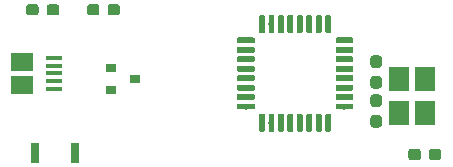
<source format=gbr>
G04 #@! TF.GenerationSoftware,KiCad,Pcbnew,(5.1.4)-1*
G04 #@! TF.CreationDate,2019-12-06T22:53:01-05:00*
G04 #@! TF.ProjectId,STM32G4DevBoard,53544d33-3247-4344-9465-76426f617264,rev?*
G04 #@! TF.SameCoordinates,Original*
G04 #@! TF.FileFunction,Paste,Top*
G04 #@! TF.FilePolarity,Positive*
%FSLAX46Y46*%
G04 Gerber Fmt 4.6, Leading zero omitted, Abs format (unit mm)*
G04 Created by KiCad (PCBNEW (5.1.4)-1) date 2019-12-06 22:53:01*
%MOMM*%
%LPD*%
G04 APERTURE LIST*
%ADD10C,0.100000*%
%ADD11C,0.500000*%
%ADD12C,0.950000*%
%ADD13R,1.900000X1.500000*%
%ADD14R,1.350000X0.400000*%
%ADD15R,1.725000X2.100000*%
%ADD16R,0.900000X0.800000*%
%ADD17R,0.800000X1.700000*%
G04 APERTURE END LIST*
D10*
G36*
X137146252Y-93863602D02*
G01*
X137158386Y-93865402D01*
X137170286Y-93868382D01*
X137181835Y-93872515D01*
X137192925Y-93877760D01*
X137203446Y-93884066D01*
X137213299Y-93891374D01*
X137222388Y-93899612D01*
X137230626Y-93908701D01*
X137237934Y-93918554D01*
X137244240Y-93929075D01*
X137249485Y-93940165D01*
X137253618Y-93951714D01*
X137256598Y-93963614D01*
X137258398Y-93975748D01*
X137259000Y-93988000D01*
X137259000Y-94238000D01*
X137258398Y-94250252D01*
X137256598Y-94262386D01*
X137253618Y-94274286D01*
X137249485Y-94285835D01*
X137244240Y-94296925D01*
X137237934Y-94307446D01*
X137230626Y-94317299D01*
X137222388Y-94326388D01*
X137213299Y-94334626D01*
X137203446Y-94341934D01*
X137192925Y-94348240D01*
X137181835Y-94353485D01*
X137170286Y-94357618D01*
X137158386Y-94360598D01*
X137146252Y-94362398D01*
X137134000Y-94363000D01*
X135884000Y-94363000D01*
X135871748Y-94362398D01*
X135859614Y-94360598D01*
X135847714Y-94357618D01*
X135836165Y-94353485D01*
X135825075Y-94348240D01*
X135814554Y-94341934D01*
X135804701Y-94334626D01*
X135795612Y-94326388D01*
X135787374Y-94317299D01*
X135780066Y-94307446D01*
X135773760Y-94296925D01*
X135768515Y-94285835D01*
X135764382Y-94274286D01*
X135761402Y-94262386D01*
X135759602Y-94250252D01*
X135759000Y-94238000D01*
X135759000Y-93988000D01*
X135759602Y-93975748D01*
X135761402Y-93963614D01*
X135764382Y-93951714D01*
X135768515Y-93940165D01*
X135773760Y-93929075D01*
X135780066Y-93918554D01*
X135787374Y-93908701D01*
X135795612Y-93899612D01*
X135804701Y-93891374D01*
X135814554Y-93884066D01*
X135825075Y-93877760D01*
X135836165Y-93872515D01*
X135847714Y-93868382D01*
X135859614Y-93865402D01*
X135871748Y-93863602D01*
X135884000Y-93863000D01*
X137134000Y-93863000D01*
X137146252Y-93863602D01*
X137146252Y-93863602D01*
G37*
D11*
X136509000Y-94113000D03*
D10*
G36*
X137146252Y-93063602D02*
G01*
X137158386Y-93065402D01*
X137170286Y-93068382D01*
X137181835Y-93072515D01*
X137192925Y-93077760D01*
X137203446Y-93084066D01*
X137213299Y-93091374D01*
X137222388Y-93099612D01*
X137230626Y-93108701D01*
X137237934Y-93118554D01*
X137244240Y-93129075D01*
X137249485Y-93140165D01*
X137253618Y-93151714D01*
X137256598Y-93163614D01*
X137258398Y-93175748D01*
X137259000Y-93188000D01*
X137259000Y-93438000D01*
X137258398Y-93450252D01*
X137256598Y-93462386D01*
X137253618Y-93474286D01*
X137249485Y-93485835D01*
X137244240Y-93496925D01*
X137237934Y-93507446D01*
X137230626Y-93517299D01*
X137222388Y-93526388D01*
X137213299Y-93534626D01*
X137203446Y-93541934D01*
X137192925Y-93548240D01*
X137181835Y-93553485D01*
X137170286Y-93557618D01*
X137158386Y-93560598D01*
X137146252Y-93562398D01*
X137134000Y-93563000D01*
X135884000Y-93563000D01*
X135871748Y-93562398D01*
X135859614Y-93560598D01*
X135847714Y-93557618D01*
X135836165Y-93553485D01*
X135825075Y-93548240D01*
X135814554Y-93541934D01*
X135804701Y-93534626D01*
X135795612Y-93526388D01*
X135787374Y-93517299D01*
X135780066Y-93507446D01*
X135773760Y-93496925D01*
X135768515Y-93485835D01*
X135764382Y-93474286D01*
X135761402Y-93462386D01*
X135759602Y-93450252D01*
X135759000Y-93438000D01*
X135759000Y-93188000D01*
X135759602Y-93175748D01*
X135761402Y-93163614D01*
X135764382Y-93151714D01*
X135768515Y-93140165D01*
X135773760Y-93129075D01*
X135780066Y-93118554D01*
X135787374Y-93108701D01*
X135795612Y-93099612D01*
X135804701Y-93091374D01*
X135814554Y-93084066D01*
X135825075Y-93077760D01*
X135836165Y-93072515D01*
X135847714Y-93068382D01*
X135859614Y-93065402D01*
X135871748Y-93063602D01*
X135884000Y-93063000D01*
X137134000Y-93063000D01*
X137146252Y-93063602D01*
X137146252Y-93063602D01*
G37*
D11*
X136509000Y-93313000D03*
D10*
G36*
X137146252Y-92263602D02*
G01*
X137158386Y-92265402D01*
X137170286Y-92268382D01*
X137181835Y-92272515D01*
X137192925Y-92277760D01*
X137203446Y-92284066D01*
X137213299Y-92291374D01*
X137222388Y-92299612D01*
X137230626Y-92308701D01*
X137237934Y-92318554D01*
X137244240Y-92329075D01*
X137249485Y-92340165D01*
X137253618Y-92351714D01*
X137256598Y-92363614D01*
X137258398Y-92375748D01*
X137259000Y-92388000D01*
X137259000Y-92638000D01*
X137258398Y-92650252D01*
X137256598Y-92662386D01*
X137253618Y-92674286D01*
X137249485Y-92685835D01*
X137244240Y-92696925D01*
X137237934Y-92707446D01*
X137230626Y-92717299D01*
X137222388Y-92726388D01*
X137213299Y-92734626D01*
X137203446Y-92741934D01*
X137192925Y-92748240D01*
X137181835Y-92753485D01*
X137170286Y-92757618D01*
X137158386Y-92760598D01*
X137146252Y-92762398D01*
X137134000Y-92763000D01*
X135884000Y-92763000D01*
X135871748Y-92762398D01*
X135859614Y-92760598D01*
X135847714Y-92757618D01*
X135836165Y-92753485D01*
X135825075Y-92748240D01*
X135814554Y-92741934D01*
X135804701Y-92734626D01*
X135795612Y-92726388D01*
X135787374Y-92717299D01*
X135780066Y-92707446D01*
X135773760Y-92696925D01*
X135768515Y-92685835D01*
X135764382Y-92674286D01*
X135761402Y-92662386D01*
X135759602Y-92650252D01*
X135759000Y-92638000D01*
X135759000Y-92388000D01*
X135759602Y-92375748D01*
X135761402Y-92363614D01*
X135764382Y-92351714D01*
X135768515Y-92340165D01*
X135773760Y-92329075D01*
X135780066Y-92318554D01*
X135787374Y-92308701D01*
X135795612Y-92299612D01*
X135804701Y-92291374D01*
X135814554Y-92284066D01*
X135825075Y-92277760D01*
X135836165Y-92272515D01*
X135847714Y-92268382D01*
X135859614Y-92265402D01*
X135871748Y-92263602D01*
X135884000Y-92263000D01*
X137134000Y-92263000D01*
X137146252Y-92263602D01*
X137146252Y-92263602D01*
G37*
D11*
X136509000Y-92513000D03*
D10*
G36*
X137146252Y-91463602D02*
G01*
X137158386Y-91465402D01*
X137170286Y-91468382D01*
X137181835Y-91472515D01*
X137192925Y-91477760D01*
X137203446Y-91484066D01*
X137213299Y-91491374D01*
X137222388Y-91499612D01*
X137230626Y-91508701D01*
X137237934Y-91518554D01*
X137244240Y-91529075D01*
X137249485Y-91540165D01*
X137253618Y-91551714D01*
X137256598Y-91563614D01*
X137258398Y-91575748D01*
X137259000Y-91588000D01*
X137259000Y-91838000D01*
X137258398Y-91850252D01*
X137256598Y-91862386D01*
X137253618Y-91874286D01*
X137249485Y-91885835D01*
X137244240Y-91896925D01*
X137237934Y-91907446D01*
X137230626Y-91917299D01*
X137222388Y-91926388D01*
X137213299Y-91934626D01*
X137203446Y-91941934D01*
X137192925Y-91948240D01*
X137181835Y-91953485D01*
X137170286Y-91957618D01*
X137158386Y-91960598D01*
X137146252Y-91962398D01*
X137134000Y-91963000D01*
X135884000Y-91963000D01*
X135871748Y-91962398D01*
X135859614Y-91960598D01*
X135847714Y-91957618D01*
X135836165Y-91953485D01*
X135825075Y-91948240D01*
X135814554Y-91941934D01*
X135804701Y-91934626D01*
X135795612Y-91926388D01*
X135787374Y-91917299D01*
X135780066Y-91907446D01*
X135773760Y-91896925D01*
X135768515Y-91885835D01*
X135764382Y-91874286D01*
X135761402Y-91862386D01*
X135759602Y-91850252D01*
X135759000Y-91838000D01*
X135759000Y-91588000D01*
X135759602Y-91575748D01*
X135761402Y-91563614D01*
X135764382Y-91551714D01*
X135768515Y-91540165D01*
X135773760Y-91529075D01*
X135780066Y-91518554D01*
X135787374Y-91508701D01*
X135795612Y-91499612D01*
X135804701Y-91491374D01*
X135814554Y-91484066D01*
X135825075Y-91477760D01*
X135836165Y-91472515D01*
X135847714Y-91468382D01*
X135859614Y-91465402D01*
X135871748Y-91463602D01*
X135884000Y-91463000D01*
X137134000Y-91463000D01*
X137146252Y-91463602D01*
X137146252Y-91463602D01*
G37*
D11*
X136509000Y-91713000D03*
D10*
G36*
X137146252Y-90663602D02*
G01*
X137158386Y-90665402D01*
X137170286Y-90668382D01*
X137181835Y-90672515D01*
X137192925Y-90677760D01*
X137203446Y-90684066D01*
X137213299Y-90691374D01*
X137222388Y-90699612D01*
X137230626Y-90708701D01*
X137237934Y-90718554D01*
X137244240Y-90729075D01*
X137249485Y-90740165D01*
X137253618Y-90751714D01*
X137256598Y-90763614D01*
X137258398Y-90775748D01*
X137259000Y-90788000D01*
X137259000Y-91038000D01*
X137258398Y-91050252D01*
X137256598Y-91062386D01*
X137253618Y-91074286D01*
X137249485Y-91085835D01*
X137244240Y-91096925D01*
X137237934Y-91107446D01*
X137230626Y-91117299D01*
X137222388Y-91126388D01*
X137213299Y-91134626D01*
X137203446Y-91141934D01*
X137192925Y-91148240D01*
X137181835Y-91153485D01*
X137170286Y-91157618D01*
X137158386Y-91160598D01*
X137146252Y-91162398D01*
X137134000Y-91163000D01*
X135884000Y-91163000D01*
X135871748Y-91162398D01*
X135859614Y-91160598D01*
X135847714Y-91157618D01*
X135836165Y-91153485D01*
X135825075Y-91148240D01*
X135814554Y-91141934D01*
X135804701Y-91134626D01*
X135795612Y-91126388D01*
X135787374Y-91117299D01*
X135780066Y-91107446D01*
X135773760Y-91096925D01*
X135768515Y-91085835D01*
X135764382Y-91074286D01*
X135761402Y-91062386D01*
X135759602Y-91050252D01*
X135759000Y-91038000D01*
X135759000Y-90788000D01*
X135759602Y-90775748D01*
X135761402Y-90763614D01*
X135764382Y-90751714D01*
X135768515Y-90740165D01*
X135773760Y-90729075D01*
X135780066Y-90718554D01*
X135787374Y-90708701D01*
X135795612Y-90699612D01*
X135804701Y-90691374D01*
X135814554Y-90684066D01*
X135825075Y-90677760D01*
X135836165Y-90672515D01*
X135847714Y-90668382D01*
X135859614Y-90665402D01*
X135871748Y-90663602D01*
X135884000Y-90663000D01*
X137134000Y-90663000D01*
X137146252Y-90663602D01*
X137146252Y-90663602D01*
G37*
D11*
X136509000Y-90913000D03*
D10*
G36*
X137146252Y-89863602D02*
G01*
X137158386Y-89865402D01*
X137170286Y-89868382D01*
X137181835Y-89872515D01*
X137192925Y-89877760D01*
X137203446Y-89884066D01*
X137213299Y-89891374D01*
X137222388Y-89899612D01*
X137230626Y-89908701D01*
X137237934Y-89918554D01*
X137244240Y-89929075D01*
X137249485Y-89940165D01*
X137253618Y-89951714D01*
X137256598Y-89963614D01*
X137258398Y-89975748D01*
X137259000Y-89988000D01*
X137259000Y-90238000D01*
X137258398Y-90250252D01*
X137256598Y-90262386D01*
X137253618Y-90274286D01*
X137249485Y-90285835D01*
X137244240Y-90296925D01*
X137237934Y-90307446D01*
X137230626Y-90317299D01*
X137222388Y-90326388D01*
X137213299Y-90334626D01*
X137203446Y-90341934D01*
X137192925Y-90348240D01*
X137181835Y-90353485D01*
X137170286Y-90357618D01*
X137158386Y-90360598D01*
X137146252Y-90362398D01*
X137134000Y-90363000D01*
X135884000Y-90363000D01*
X135871748Y-90362398D01*
X135859614Y-90360598D01*
X135847714Y-90357618D01*
X135836165Y-90353485D01*
X135825075Y-90348240D01*
X135814554Y-90341934D01*
X135804701Y-90334626D01*
X135795612Y-90326388D01*
X135787374Y-90317299D01*
X135780066Y-90307446D01*
X135773760Y-90296925D01*
X135768515Y-90285835D01*
X135764382Y-90274286D01*
X135761402Y-90262386D01*
X135759602Y-90250252D01*
X135759000Y-90238000D01*
X135759000Y-89988000D01*
X135759602Y-89975748D01*
X135761402Y-89963614D01*
X135764382Y-89951714D01*
X135768515Y-89940165D01*
X135773760Y-89929075D01*
X135780066Y-89918554D01*
X135787374Y-89908701D01*
X135795612Y-89899612D01*
X135804701Y-89891374D01*
X135814554Y-89884066D01*
X135825075Y-89877760D01*
X135836165Y-89872515D01*
X135847714Y-89868382D01*
X135859614Y-89865402D01*
X135871748Y-89863602D01*
X135884000Y-89863000D01*
X137134000Y-89863000D01*
X137146252Y-89863602D01*
X137146252Y-89863602D01*
G37*
D11*
X136509000Y-90113000D03*
D10*
G36*
X137146252Y-89063602D02*
G01*
X137158386Y-89065402D01*
X137170286Y-89068382D01*
X137181835Y-89072515D01*
X137192925Y-89077760D01*
X137203446Y-89084066D01*
X137213299Y-89091374D01*
X137222388Y-89099612D01*
X137230626Y-89108701D01*
X137237934Y-89118554D01*
X137244240Y-89129075D01*
X137249485Y-89140165D01*
X137253618Y-89151714D01*
X137256598Y-89163614D01*
X137258398Y-89175748D01*
X137259000Y-89188000D01*
X137259000Y-89438000D01*
X137258398Y-89450252D01*
X137256598Y-89462386D01*
X137253618Y-89474286D01*
X137249485Y-89485835D01*
X137244240Y-89496925D01*
X137237934Y-89507446D01*
X137230626Y-89517299D01*
X137222388Y-89526388D01*
X137213299Y-89534626D01*
X137203446Y-89541934D01*
X137192925Y-89548240D01*
X137181835Y-89553485D01*
X137170286Y-89557618D01*
X137158386Y-89560598D01*
X137146252Y-89562398D01*
X137134000Y-89563000D01*
X135884000Y-89563000D01*
X135871748Y-89562398D01*
X135859614Y-89560598D01*
X135847714Y-89557618D01*
X135836165Y-89553485D01*
X135825075Y-89548240D01*
X135814554Y-89541934D01*
X135804701Y-89534626D01*
X135795612Y-89526388D01*
X135787374Y-89517299D01*
X135780066Y-89507446D01*
X135773760Y-89496925D01*
X135768515Y-89485835D01*
X135764382Y-89474286D01*
X135761402Y-89462386D01*
X135759602Y-89450252D01*
X135759000Y-89438000D01*
X135759000Y-89188000D01*
X135759602Y-89175748D01*
X135761402Y-89163614D01*
X135764382Y-89151714D01*
X135768515Y-89140165D01*
X135773760Y-89129075D01*
X135780066Y-89118554D01*
X135787374Y-89108701D01*
X135795612Y-89099612D01*
X135804701Y-89091374D01*
X135814554Y-89084066D01*
X135825075Y-89077760D01*
X135836165Y-89072515D01*
X135847714Y-89068382D01*
X135859614Y-89065402D01*
X135871748Y-89063602D01*
X135884000Y-89063000D01*
X137134000Y-89063000D01*
X137146252Y-89063602D01*
X137146252Y-89063602D01*
G37*
D11*
X136509000Y-89313000D03*
D10*
G36*
X137146252Y-88263602D02*
G01*
X137158386Y-88265402D01*
X137170286Y-88268382D01*
X137181835Y-88272515D01*
X137192925Y-88277760D01*
X137203446Y-88284066D01*
X137213299Y-88291374D01*
X137222388Y-88299612D01*
X137230626Y-88308701D01*
X137237934Y-88318554D01*
X137244240Y-88329075D01*
X137249485Y-88340165D01*
X137253618Y-88351714D01*
X137256598Y-88363614D01*
X137258398Y-88375748D01*
X137259000Y-88388000D01*
X137259000Y-88638000D01*
X137258398Y-88650252D01*
X137256598Y-88662386D01*
X137253618Y-88674286D01*
X137249485Y-88685835D01*
X137244240Y-88696925D01*
X137237934Y-88707446D01*
X137230626Y-88717299D01*
X137222388Y-88726388D01*
X137213299Y-88734626D01*
X137203446Y-88741934D01*
X137192925Y-88748240D01*
X137181835Y-88753485D01*
X137170286Y-88757618D01*
X137158386Y-88760598D01*
X137146252Y-88762398D01*
X137134000Y-88763000D01*
X135884000Y-88763000D01*
X135871748Y-88762398D01*
X135859614Y-88760598D01*
X135847714Y-88757618D01*
X135836165Y-88753485D01*
X135825075Y-88748240D01*
X135814554Y-88741934D01*
X135804701Y-88734626D01*
X135795612Y-88726388D01*
X135787374Y-88717299D01*
X135780066Y-88707446D01*
X135773760Y-88696925D01*
X135768515Y-88685835D01*
X135764382Y-88674286D01*
X135761402Y-88662386D01*
X135759602Y-88650252D01*
X135759000Y-88638000D01*
X135759000Y-88388000D01*
X135759602Y-88375748D01*
X135761402Y-88363614D01*
X135764382Y-88351714D01*
X135768515Y-88340165D01*
X135773760Y-88329075D01*
X135780066Y-88318554D01*
X135787374Y-88308701D01*
X135795612Y-88299612D01*
X135804701Y-88291374D01*
X135814554Y-88284066D01*
X135825075Y-88277760D01*
X135836165Y-88272515D01*
X135847714Y-88268382D01*
X135859614Y-88265402D01*
X135871748Y-88263602D01*
X135884000Y-88263000D01*
X137134000Y-88263000D01*
X137146252Y-88263602D01*
X137146252Y-88263602D01*
G37*
D11*
X136509000Y-88513000D03*
D10*
G36*
X135271252Y-86388602D02*
G01*
X135283386Y-86390402D01*
X135295286Y-86393382D01*
X135306835Y-86397515D01*
X135317925Y-86402760D01*
X135328446Y-86409066D01*
X135338299Y-86416374D01*
X135347388Y-86424612D01*
X135355626Y-86433701D01*
X135362934Y-86443554D01*
X135369240Y-86454075D01*
X135374485Y-86465165D01*
X135378618Y-86476714D01*
X135381598Y-86488614D01*
X135383398Y-86500748D01*
X135384000Y-86513000D01*
X135384000Y-87763000D01*
X135383398Y-87775252D01*
X135381598Y-87787386D01*
X135378618Y-87799286D01*
X135374485Y-87810835D01*
X135369240Y-87821925D01*
X135362934Y-87832446D01*
X135355626Y-87842299D01*
X135347388Y-87851388D01*
X135338299Y-87859626D01*
X135328446Y-87866934D01*
X135317925Y-87873240D01*
X135306835Y-87878485D01*
X135295286Y-87882618D01*
X135283386Y-87885598D01*
X135271252Y-87887398D01*
X135259000Y-87888000D01*
X135009000Y-87888000D01*
X134996748Y-87887398D01*
X134984614Y-87885598D01*
X134972714Y-87882618D01*
X134961165Y-87878485D01*
X134950075Y-87873240D01*
X134939554Y-87866934D01*
X134929701Y-87859626D01*
X134920612Y-87851388D01*
X134912374Y-87842299D01*
X134905066Y-87832446D01*
X134898760Y-87821925D01*
X134893515Y-87810835D01*
X134889382Y-87799286D01*
X134886402Y-87787386D01*
X134884602Y-87775252D01*
X134884000Y-87763000D01*
X134884000Y-86513000D01*
X134884602Y-86500748D01*
X134886402Y-86488614D01*
X134889382Y-86476714D01*
X134893515Y-86465165D01*
X134898760Y-86454075D01*
X134905066Y-86443554D01*
X134912374Y-86433701D01*
X134920612Y-86424612D01*
X134929701Y-86416374D01*
X134939554Y-86409066D01*
X134950075Y-86402760D01*
X134961165Y-86397515D01*
X134972714Y-86393382D01*
X134984614Y-86390402D01*
X134996748Y-86388602D01*
X135009000Y-86388000D01*
X135259000Y-86388000D01*
X135271252Y-86388602D01*
X135271252Y-86388602D01*
G37*
D11*
X135134000Y-87138000D03*
D10*
G36*
X134471252Y-86388602D02*
G01*
X134483386Y-86390402D01*
X134495286Y-86393382D01*
X134506835Y-86397515D01*
X134517925Y-86402760D01*
X134528446Y-86409066D01*
X134538299Y-86416374D01*
X134547388Y-86424612D01*
X134555626Y-86433701D01*
X134562934Y-86443554D01*
X134569240Y-86454075D01*
X134574485Y-86465165D01*
X134578618Y-86476714D01*
X134581598Y-86488614D01*
X134583398Y-86500748D01*
X134584000Y-86513000D01*
X134584000Y-87763000D01*
X134583398Y-87775252D01*
X134581598Y-87787386D01*
X134578618Y-87799286D01*
X134574485Y-87810835D01*
X134569240Y-87821925D01*
X134562934Y-87832446D01*
X134555626Y-87842299D01*
X134547388Y-87851388D01*
X134538299Y-87859626D01*
X134528446Y-87866934D01*
X134517925Y-87873240D01*
X134506835Y-87878485D01*
X134495286Y-87882618D01*
X134483386Y-87885598D01*
X134471252Y-87887398D01*
X134459000Y-87888000D01*
X134209000Y-87888000D01*
X134196748Y-87887398D01*
X134184614Y-87885598D01*
X134172714Y-87882618D01*
X134161165Y-87878485D01*
X134150075Y-87873240D01*
X134139554Y-87866934D01*
X134129701Y-87859626D01*
X134120612Y-87851388D01*
X134112374Y-87842299D01*
X134105066Y-87832446D01*
X134098760Y-87821925D01*
X134093515Y-87810835D01*
X134089382Y-87799286D01*
X134086402Y-87787386D01*
X134084602Y-87775252D01*
X134084000Y-87763000D01*
X134084000Y-86513000D01*
X134084602Y-86500748D01*
X134086402Y-86488614D01*
X134089382Y-86476714D01*
X134093515Y-86465165D01*
X134098760Y-86454075D01*
X134105066Y-86443554D01*
X134112374Y-86433701D01*
X134120612Y-86424612D01*
X134129701Y-86416374D01*
X134139554Y-86409066D01*
X134150075Y-86402760D01*
X134161165Y-86397515D01*
X134172714Y-86393382D01*
X134184614Y-86390402D01*
X134196748Y-86388602D01*
X134209000Y-86388000D01*
X134459000Y-86388000D01*
X134471252Y-86388602D01*
X134471252Y-86388602D01*
G37*
D11*
X134334000Y-87138000D03*
D10*
G36*
X133671252Y-86388602D02*
G01*
X133683386Y-86390402D01*
X133695286Y-86393382D01*
X133706835Y-86397515D01*
X133717925Y-86402760D01*
X133728446Y-86409066D01*
X133738299Y-86416374D01*
X133747388Y-86424612D01*
X133755626Y-86433701D01*
X133762934Y-86443554D01*
X133769240Y-86454075D01*
X133774485Y-86465165D01*
X133778618Y-86476714D01*
X133781598Y-86488614D01*
X133783398Y-86500748D01*
X133784000Y-86513000D01*
X133784000Y-87763000D01*
X133783398Y-87775252D01*
X133781598Y-87787386D01*
X133778618Y-87799286D01*
X133774485Y-87810835D01*
X133769240Y-87821925D01*
X133762934Y-87832446D01*
X133755626Y-87842299D01*
X133747388Y-87851388D01*
X133738299Y-87859626D01*
X133728446Y-87866934D01*
X133717925Y-87873240D01*
X133706835Y-87878485D01*
X133695286Y-87882618D01*
X133683386Y-87885598D01*
X133671252Y-87887398D01*
X133659000Y-87888000D01*
X133409000Y-87888000D01*
X133396748Y-87887398D01*
X133384614Y-87885598D01*
X133372714Y-87882618D01*
X133361165Y-87878485D01*
X133350075Y-87873240D01*
X133339554Y-87866934D01*
X133329701Y-87859626D01*
X133320612Y-87851388D01*
X133312374Y-87842299D01*
X133305066Y-87832446D01*
X133298760Y-87821925D01*
X133293515Y-87810835D01*
X133289382Y-87799286D01*
X133286402Y-87787386D01*
X133284602Y-87775252D01*
X133284000Y-87763000D01*
X133284000Y-86513000D01*
X133284602Y-86500748D01*
X133286402Y-86488614D01*
X133289382Y-86476714D01*
X133293515Y-86465165D01*
X133298760Y-86454075D01*
X133305066Y-86443554D01*
X133312374Y-86433701D01*
X133320612Y-86424612D01*
X133329701Y-86416374D01*
X133339554Y-86409066D01*
X133350075Y-86402760D01*
X133361165Y-86397515D01*
X133372714Y-86393382D01*
X133384614Y-86390402D01*
X133396748Y-86388602D01*
X133409000Y-86388000D01*
X133659000Y-86388000D01*
X133671252Y-86388602D01*
X133671252Y-86388602D01*
G37*
D11*
X133534000Y-87138000D03*
D10*
G36*
X132871252Y-86388602D02*
G01*
X132883386Y-86390402D01*
X132895286Y-86393382D01*
X132906835Y-86397515D01*
X132917925Y-86402760D01*
X132928446Y-86409066D01*
X132938299Y-86416374D01*
X132947388Y-86424612D01*
X132955626Y-86433701D01*
X132962934Y-86443554D01*
X132969240Y-86454075D01*
X132974485Y-86465165D01*
X132978618Y-86476714D01*
X132981598Y-86488614D01*
X132983398Y-86500748D01*
X132984000Y-86513000D01*
X132984000Y-87763000D01*
X132983398Y-87775252D01*
X132981598Y-87787386D01*
X132978618Y-87799286D01*
X132974485Y-87810835D01*
X132969240Y-87821925D01*
X132962934Y-87832446D01*
X132955626Y-87842299D01*
X132947388Y-87851388D01*
X132938299Y-87859626D01*
X132928446Y-87866934D01*
X132917925Y-87873240D01*
X132906835Y-87878485D01*
X132895286Y-87882618D01*
X132883386Y-87885598D01*
X132871252Y-87887398D01*
X132859000Y-87888000D01*
X132609000Y-87888000D01*
X132596748Y-87887398D01*
X132584614Y-87885598D01*
X132572714Y-87882618D01*
X132561165Y-87878485D01*
X132550075Y-87873240D01*
X132539554Y-87866934D01*
X132529701Y-87859626D01*
X132520612Y-87851388D01*
X132512374Y-87842299D01*
X132505066Y-87832446D01*
X132498760Y-87821925D01*
X132493515Y-87810835D01*
X132489382Y-87799286D01*
X132486402Y-87787386D01*
X132484602Y-87775252D01*
X132484000Y-87763000D01*
X132484000Y-86513000D01*
X132484602Y-86500748D01*
X132486402Y-86488614D01*
X132489382Y-86476714D01*
X132493515Y-86465165D01*
X132498760Y-86454075D01*
X132505066Y-86443554D01*
X132512374Y-86433701D01*
X132520612Y-86424612D01*
X132529701Y-86416374D01*
X132539554Y-86409066D01*
X132550075Y-86402760D01*
X132561165Y-86397515D01*
X132572714Y-86393382D01*
X132584614Y-86390402D01*
X132596748Y-86388602D01*
X132609000Y-86388000D01*
X132859000Y-86388000D01*
X132871252Y-86388602D01*
X132871252Y-86388602D01*
G37*
D11*
X132734000Y-87138000D03*
D10*
G36*
X132071252Y-86388602D02*
G01*
X132083386Y-86390402D01*
X132095286Y-86393382D01*
X132106835Y-86397515D01*
X132117925Y-86402760D01*
X132128446Y-86409066D01*
X132138299Y-86416374D01*
X132147388Y-86424612D01*
X132155626Y-86433701D01*
X132162934Y-86443554D01*
X132169240Y-86454075D01*
X132174485Y-86465165D01*
X132178618Y-86476714D01*
X132181598Y-86488614D01*
X132183398Y-86500748D01*
X132184000Y-86513000D01*
X132184000Y-87763000D01*
X132183398Y-87775252D01*
X132181598Y-87787386D01*
X132178618Y-87799286D01*
X132174485Y-87810835D01*
X132169240Y-87821925D01*
X132162934Y-87832446D01*
X132155626Y-87842299D01*
X132147388Y-87851388D01*
X132138299Y-87859626D01*
X132128446Y-87866934D01*
X132117925Y-87873240D01*
X132106835Y-87878485D01*
X132095286Y-87882618D01*
X132083386Y-87885598D01*
X132071252Y-87887398D01*
X132059000Y-87888000D01*
X131809000Y-87888000D01*
X131796748Y-87887398D01*
X131784614Y-87885598D01*
X131772714Y-87882618D01*
X131761165Y-87878485D01*
X131750075Y-87873240D01*
X131739554Y-87866934D01*
X131729701Y-87859626D01*
X131720612Y-87851388D01*
X131712374Y-87842299D01*
X131705066Y-87832446D01*
X131698760Y-87821925D01*
X131693515Y-87810835D01*
X131689382Y-87799286D01*
X131686402Y-87787386D01*
X131684602Y-87775252D01*
X131684000Y-87763000D01*
X131684000Y-86513000D01*
X131684602Y-86500748D01*
X131686402Y-86488614D01*
X131689382Y-86476714D01*
X131693515Y-86465165D01*
X131698760Y-86454075D01*
X131705066Y-86443554D01*
X131712374Y-86433701D01*
X131720612Y-86424612D01*
X131729701Y-86416374D01*
X131739554Y-86409066D01*
X131750075Y-86402760D01*
X131761165Y-86397515D01*
X131772714Y-86393382D01*
X131784614Y-86390402D01*
X131796748Y-86388602D01*
X131809000Y-86388000D01*
X132059000Y-86388000D01*
X132071252Y-86388602D01*
X132071252Y-86388602D01*
G37*
D11*
X131934000Y-87138000D03*
D10*
G36*
X131271252Y-86388602D02*
G01*
X131283386Y-86390402D01*
X131295286Y-86393382D01*
X131306835Y-86397515D01*
X131317925Y-86402760D01*
X131328446Y-86409066D01*
X131338299Y-86416374D01*
X131347388Y-86424612D01*
X131355626Y-86433701D01*
X131362934Y-86443554D01*
X131369240Y-86454075D01*
X131374485Y-86465165D01*
X131378618Y-86476714D01*
X131381598Y-86488614D01*
X131383398Y-86500748D01*
X131384000Y-86513000D01*
X131384000Y-87763000D01*
X131383398Y-87775252D01*
X131381598Y-87787386D01*
X131378618Y-87799286D01*
X131374485Y-87810835D01*
X131369240Y-87821925D01*
X131362934Y-87832446D01*
X131355626Y-87842299D01*
X131347388Y-87851388D01*
X131338299Y-87859626D01*
X131328446Y-87866934D01*
X131317925Y-87873240D01*
X131306835Y-87878485D01*
X131295286Y-87882618D01*
X131283386Y-87885598D01*
X131271252Y-87887398D01*
X131259000Y-87888000D01*
X131009000Y-87888000D01*
X130996748Y-87887398D01*
X130984614Y-87885598D01*
X130972714Y-87882618D01*
X130961165Y-87878485D01*
X130950075Y-87873240D01*
X130939554Y-87866934D01*
X130929701Y-87859626D01*
X130920612Y-87851388D01*
X130912374Y-87842299D01*
X130905066Y-87832446D01*
X130898760Y-87821925D01*
X130893515Y-87810835D01*
X130889382Y-87799286D01*
X130886402Y-87787386D01*
X130884602Y-87775252D01*
X130884000Y-87763000D01*
X130884000Y-86513000D01*
X130884602Y-86500748D01*
X130886402Y-86488614D01*
X130889382Y-86476714D01*
X130893515Y-86465165D01*
X130898760Y-86454075D01*
X130905066Y-86443554D01*
X130912374Y-86433701D01*
X130920612Y-86424612D01*
X130929701Y-86416374D01*
X130939554Y-86409066D01*
X130950075Y-86402760D01*
X130961165Y-86397515D01*
X130972714Y-86393382D01*
X130984614Y-86390402D01*
X130996748Y-86388602D01*
X131009000Y-86388000D01*
X131259000Y-86388000D01*
X131271252Y-86388602D01*
X131271252Y-86388602D01*
G37*
D11*
X131134000Y-87138000D03*
D10*
G36*
X130471252Y-86388602D02*
G01*
X130483386Y-86390402D01*
X130495286Y-86393382D01*
X130506835Y-86397515D01*
X130517925Y-86402760D01*
X130528446Y-86409066D01*
X130538299Y-86416374D01*
X130547388Y-86424612D01*
X130555626Y-86433701D01*
X130562934Y-86443554D01*
X130569240Y-86454075D01*
X130574485Y-86465165D01*
X130578618Y-86476714D01*
X130581598Y-86488614D01*
X130583398Y-86500748D01*
X130584000Y-86513000D01*
X130584000Y-87763000D01*
X130583398Y-87775252D01*
X130581598Y-87787386D01*
X130578618Y-87799286D01*
X130574485Y-87810835D01*
X130569240Y-87821925D01*
X130562934Y-87832446D01*
X130555626Y-87842299D01*
X130547388Y-87851388D01*
X130538299Y-87859626D01*
X130528446Y-87866934D01*
X130517925Y-87873240D01*
X130506835Y-87878485D01*
X130495286Y-87882618D01*
X130483386Y-87885598D01*
X130471252Y-87887398D01*
X130459000Y-87888000D01*
X130209000Y-87888000D01*
X130196748Y-87887398D01*
X130184614Y-87885598D01*
X130172714Y-87882618D01*
X130161165Y-87878485D01*
X130150075Y-87873240D01*
X130139554Y-87866934D01*
X130129701Y-87859626D01*
X130120612Y-87851388D01*
X130112374Y-87842299D01*
X130105066Y-87832446D01*
X130098760Y-87821925D01*
X130093515Y-87810835D01*
X130089382Y-87799286D01*
X130086402Y-87787386D01*
X130084602Y-87775252D01*
X130084000Y-87763000D01*
X130084000Y-86513000D01*
X130084602Y-86500748D01*
X130086402Y-86488614D01*
X130089382Y-86476714D01*
X130093515Y-86465165D01*
X130098760Y-86454075D01*
X130105066Y-86443554D01*
X130112374Y-86433701D01*
X130120612Y-86424612D01*
X130129701Y-86416374D01*
X130139554Y-86409066D01*
X130150075Y-86402760D01*
X130161165Y-86397515D01*
X130172714Y-86393382D01*
X130184614Y-86390402D01*
X130196748Y-86388602D01*
X130209000Y-86388000D01*
X130459000Y-86388000D01*
X130471252Y-86388602D01*
X130471252Y-86388602D01*
G37*
D11*
X130334000Y-87138000D03*
D10*
G36*
X129671252Y-86388602D02*
G01*
X129683386Y-86390402D01*
X129695286Y-86393382D01*
X129706835Y-86397515D01*
X129717925Y-86402760D01*
X129728446Y-86409066D01*
X129738299Y-86416374D01*
X129747388Y-86424612D01*
X129755626Y-86433701D01*
X129762934Y-86443554D01*
X129769240Y-86454075D01*
X129774485Y-86465165D01*
X129778618Y-86476714D01*
X129781598Y-86488614D01*
X129783398Y-86500748D01*
X129784000Y-86513000D01*
X129784000Y-87763000D01*
X129783398Y-87775252D01*
X129781598Y-87787386D01*
X129778618Y-87799286D01*
X129774485Y-87810835D01*
X129769240Y-87821925D01*
X129762934Y-87832446D01*
X129755626Y-87842299D01*
X129747388Y-87851388D01*
X129738299Y-87859626D01*
X129728446Y-87866934D01*
X129717925Y-87873240D01*
X129706835Y-87878485D01*
X129695286Y-87882618D01*
X129683386Y-87885598D01*
X129671252Y-87887398D01*
X129659000Y-87888000D01*
X129409000Y-87888000D01*
X129396748Y-87887398D01*
X129384614Y-87885598D01*
X129372714Y-87882618D01*
X129361165Y-87878485D01*
X129350075Y-87873240D01*
X129339554Y-87866934D01*
X129329701Y-87859626D01*
X129320612Y-87851388D01*
X129312374Y-87842299D01*
X129305066Y-87832446D01*
X129298760Y-87821925D01*
X129293515Y-87810835D01*
X129289382Y-87799286D01*
X129286402Y-87787386D01*
X129284602Y-87775252D01*
X129284000Y-87763000D01*
X129284000Y-86513000D01*
X129284602Y-86500748D01*
X129286402Y-86488614D01*
X129289382Y-86476714D01*
X129293515Y-86465165D01*
X129298760Y-86454075D01*
X129305066Y-86443554D01*
X129312374Y-86433701D01*
X129320612Y-86424612D01*
X129329701Y-86416374D01*
X129339554Y-86409066D01*
X129350075Y-86402760D01*
X129361165Y-86397515D01*
X129372714Y-86393382D01*
X129384614Y-86390402D01*
X129396748Y-86388602D01*
X129409000Y-86388000D01*
X129659000Y-86388000D01*
X129671252Y-86388602D01*
X129671252Y-86388602D01*
G37*
D11*
X129534000Y-87138000D03*
D10*
G36*
X128796252Y-88263602D02*
G01*
X128808386Y-88265402D01*
X128820286Y-88268382D01*
X128831835Y-88272515D01*
X128842925Y-88277760D01*
X128853446Y-88284066D01*
X128863299Y-88291374D01*
X128872388Y-88299612D01*
X128880626Y-88308701D01*
X128887934Y-88318554D01*
X128894240Y-88329075D01*
X128899485Y-88340165D01*
X128903618Y-88351714D01*
X128906598Y-88363614D01*
X128908398Y-88375748D01*
X128909000Y-88388000D01*
X128909000Y-88638000D01*
X128908398Y-88650252D01*
X128906598Y-88662386D01*
X128903618Y-88674286D01*
X128899485Y-88685835D01*
X128894240Y-88696925D01*
X128887934Y-88707446D01*
X128880626Y-88717299D01*
X128872388Y-88726388D01*
X128863299Y-88734626D01*
X128853446Y-88741934D01*
X128842925Y-88748240D01*
X128831835Y-88753485D01*
X128820286Y-88757618D01*
X128808386Y-88760598D01*
X128796252Y-88762398D01*
X128784000Y-88763000D01*
X127534000Y-88763000D01*
X127521748Y-88762398D01*
X127509614Y-88760598D01*
X127497714Y-88757618D01*
X127486165Y-88753485D01*
X127475075Y-88748240D01*
X127464554Y-88741934D01*
X127454701Y-88734626D01*
X127445612Y-88726388D01*
X127437374Y-88717299D01*
X127430066Y-88707446D01*
X127423760Y-88696925D01*
X127418515Y-88685835D01*
X127414382Y-88674286D01*
X127411402Y-88662386D01*
X127409602Y-88650252D01*
X127409000Y-88638000D01*
X127409000Y-88388000D01*
X127409602Y-88375748D01*
X127411402Y-88363614D01*
X127414382Y-88351714D01*
X127418515Y-88340165D01*
X127423760Y-88329075D01*
X127430066Y-88318554D01*
X127437374Y-88308701D01*
X127445612Y-88299612D01*
X127454701Y-88291374D01*
X127464554Y-88284066D01*
X127475075Y-88277760D01*
X127486165Y-88272515D01*
X127497714Y-88268382D01*
X127509614Y-88265402D01*
X127521748Y-88263602D01*
X127534000Y-88263000D01*
X128784000Y-88263000D01*
X128796252Y-88263602D01*
X128796252Y-88263602D01*
G37*
D11*
X128159000Y-88513000D03*
D10*
G36*
X128796252Y-89063602D02*
G01*
X128808386Y-89065402D01*
X128820286Y-89068382D01*
X128831835Y-89072515D01*
X128842925Y-89077760D01*
X128853446Y-89084066D01*
X128863299Y-89091374D01*
X128872388Y-89099612D01*
X128880626Y-89108701D01*
X128887934Y-89118554D01*
X128894240Y-89129075D01*
X128899485Y-89140165D01*
X128903618Y-89151714D01*
X128906598Y-89163614D01*
X128908398Y-89175748D01*
X128909000Y-89188000D01*
X128909000Y-89438000D01*
X128908398Y-89450252D01*
X128906598Y-89462386D01*
X128903618Y-89474286D01*
X128899485Y-89485835D01*
X128894240Y-89496925D01*
X128887934Y-89507446D01*
X128880626Y-89517299D01*
X128872388Y-89526388D01*
X128863299Y-89534626D01*
X128853446Y-89541934D01*
X128842925Y-89548240D01*
X128831835Y-89553485D01*
X128820286Y-89557618D01*
X128808386Y-89560598D01*
X128796252Y-89562398D01*
X128784000Y-89563000D01*
X127534000Y-89563000D01*
X127521748Y-89562398D01*
X127509614Y-89560598D01*
X127497714Y-89557618D01*
X127486165Y-89553485D01*
X127475075Y-89548240D01*
X127464554Y-89541934D01*
X127454701Y-89534626D01*
X127445612Y-89526388D01*
X127437374Y-89517299D01*
X127430066Y-89507446D01*
X127423760Y-89496925D01*
X127418515Y-89485835D01*
X127414382Y-89474286D01*
X127411402Y-89462386D01*
X127409602Y-89450252D01*
X127409000Y-89438000D01*
X127409000Y-89188000D01*
X127409602Y-89175748D01*
X127411402Y-89163614D01*
X127414382Y-89151714D01*
X127418515Y-89140165D01*
X127423760Y-89129075D01*
X127430066Y-89118554D01*
X127437374Y-89108701D01*
X127445612Y-89099612D01*
X127454701Y-89091374D01*
X127464554Y-89084066D01*
X127475075Y-89077760D01*
X127486165Y-89072515D01*
X127497714Y-89068382D01*
X127509614Y-89065402D01*
X127521748Y-89063602D01*
X127534000Y-89063000D01*
X128784000Y-89063000D01*
X128796252Y-89063602D01*
X128796252Y-89063602D01*
G37*
D11*
X128159000Y-89313000D03*
D10*
G36*
X128796252Y-89863602D02*
G01*
X128808386Y-89865402D01*
X128820286Y-89868382D01*
X128831835Y-89872515D01*
X128842925Y-89877760D01*
X128853446Y-89884066D01*
X128863299Y-89891374D01*
X128872388Y-89899612D01*
X128880626Y-89908701D01*
X128887934Y-89918554D01*
X128894240Y-89929075D01*
X128899485Y-89940165D01*
X128903618Y-89951714D01*
X128906598Y-89963614D01*
X128908398Y-89975748D01*
X128909000Y-89988000D01*
X128909000Y-90238000D01*
X128908398Y-90250252D01*
X128906598Y-90262386D01*
X128903618Y-90274286D01*
X128899485Y-90285835D01*
X128894240Y-90296925D01*
X128887934Y-90307446D01*
X128880626Y-90317299D01*
X128872388Y-90326388D01*
X128863299Y-90334626D01*
X128853446Y-90341934D01*
X128842925Y-90348240D01*
X128831835Y-90353485D01*
X128820286Y-90357618D01*
X128808386Y-90360598D01*
X128796252Y-90362398D01*
X128784000Y-90363000D01*
X127534000Y-90363000D01*
X127521748Y-90362398D01*
X127509614Y-90360598D01*
X127497714Y-90357618D01*
X127486165Y-90353485D01*
X127475075Y-90348240D01*
X127464554Y-90341934D01*
X127454701Y-90334626D01*
X127445612Y-90326388D01*
X127437374Y-90317299D01*
X127430066Y-90307446D01*
X127423760Y-90296925D01*
X127418515Y-90285835D01*
X127414382Y-90274286D01*
X127411402Y-90262386D01*
X127409602Y-90250252D01*
X127409000Y-90238000D01*
X127409000Y-89988000D01*
X127409602Y-89975748D01*
X127411402Y-89963614D01*
X127414382Y-89951714D01*
X127418515Y-89940165D01*
X127423760Y-89929075D01*
X127430066Y-89918554D01*
X127437374Y-89908701D01*
X127445612Y-89899612D01*
X127454701Y-89891374D01*
X127464554Y-89884066D01*
X127475075Y-89877760D01*
X127486165Y-89872515D01*
X127497714Y-89868382D01*
X127509614Y-89865402D01*
X127521748Y-89863602D01*
X127534000Y-89863000D01*
X128784000Y-89863000D01*
X128796252Y-89863602D01*
X128796252Y-89863602D01*
G37*
D11*
X128159000Y-90113000D03*
D10*
G36*
X128796252Y-90663602D02*
G01*
X128808386Y-90665402D01*
X128820286Y-90668382D01*
X128831835Y-90672515D01*
X128842925Y-90677760D01*
X128853446Y-90684066D01*
X128863299Y-90691374D01*
X128872388Y-90699612D01*
X128880626Y-90708701D01*
X128887934Y-90718554D01*
X128894240Y-90729075D01*
X128899485Y-90740165D01*
X128903618Y-90751714D01*
X128906598Y-90763614D01*
X128908398Y-90775748D01*
X128909000Y-90788000D01*
X128909000Y-91038000D01*
X128908398Y-91050252D01*
X128906598Y-91062386D01*
X128903618Y-91074286D01*
X128899485Y-91085835D01*
X128894240Y-91096925D01*
X128887934Y-91107446D01*
X128880626Y-91117299D01*
X128872388Y-91126388D01*
X128863299Y-91134626D01*
X128853446Y-91141934D01*
X128842925Y-91148240D01*
X128831835Y-91153485D01*
X128820286Y-91157618D01*
X128808386Y-91160598D01*
X128796252Y-91162398D01*
X128784000Y-91163000D01*
X127534000Y-91163000D01*
X127521748Y-91162398D01*
X127509614Y-91160598D01*
X127497714Y-91157618D01*
X127486165Y-91153485D01*
X127475075Y-91148240D01*
X127464554Y-91141934D01*
X127454701Y-91134626D01*
X127445612Y-91126388D01*
X127437374Y-91117299D01*
X127430066Y-91107446D01*
X127423760Y-91096925D01*
X127418515Y-91085835D01*
X127414382Y-91074286D01*
X127411402Y-91062386D01*
X127409602Y-91050252D01*
X127409000Y-91038000D01*
X127409000Y-90788000D01*
X127409602Y-90775748D01*
X127411402Y-90763614D01*
X127414382Y-90751714D01*
X127418515Y-90740165D01*
X127423760Y-90729075D01*
X127430066Y-90718554D01*
X127437374Y-90708701D01*
X127445612Y-90699612D01*
X127454701Y-90691374D01*
X127464554Y-90684066D01*
X127475075Y-90677760D01*
X127486165Y-90672515D01*
X127497714Y-90668382D01*
X127509614Y-90665402D01*
X127521748Y-90663602D01*
X127534000Y-90663000D01*
X128784000Y-90663000D01*
X128796252Y-90663602D01*
X128796252Y-90663602D01*
G37*
D11*
X128159000Y-90913000D03*
D10*
G36*
X128796252Y-91463602D02*
G01*
X128808386Y-91465402D01*
X128820286Y-91468382D01*
X128831835Y-91472515D01*
X128842925Y-91477760D01*
X128853446Y-91484066D01*
X128863299Y-91491374D01*
X128872388Y-91499612D01*
X128880626Y-91508701D01*
X128887934Y-91518554D01*
X128894240Y-91529075D01*
X128899485Y-91540165D01*
X128903618Y-91551714D01*
X128906598Y-91563614D01*
X128908398Y-91575748D01*
X128909000Y-91588000D01*
X128909000Y-91838000D01*
X128908398Y-91850252D01*
X128906598Y-91862386D01*
X128903618Y-91874286D01*
X128899485Y-91885835D01*
X128894240Y-91896925D01*
X128887934Y-91907446D01*
X128880626Y-91917299D01*
X128872388Y-91926388D01*
X128863299Y-91934626D01*
X128853446Y-91941934D01*
X128842925Y-91948240D01*
X128831835Y-91953485D01*
X128820286Y-91957618D01*
X128808386Y-91960598D01*
X128796252Y-91962398D01*
X128784000Y-91963000D01*
X127534000Y-91963000D01*
X127521748Y-91962398D01*
X127509614Y-91960598D01*
X127497714Y-91957618D01*
X127486165Y-91953485D01*
X127475075Y-91948240D01*
X127464554Y-91941934D01*
X127454701Y-91934626D01*
X127445612Y-91926388D01*
X127437374Y-91917299D01*
X127430066Y-91907446D01*
X127423760Y-91896925D01*
X127418515Y-91885835D01*
X127414382Y-91874286D01*
X127411402Y-91862386D01*
X127409602Y-91850252D01*
X127409000Y-91838000D01*
X127409000Y-91588000D01*
X127409602Y-91575748D01*
X127411402Y-91563614D01*
X127414382Y-91551714D01*
X127418515Y-91540165D01*
X127423760Y-91529075D01*
X127430066Y-91518554D01*
X127437374Y-91508701D01*
X127445612Y-91499612D01*
X127454701Y-91491374D01*
X127464554Y-91484066D01*
X127475075Y-91477760D01*
X127486165Y-91472515D01*
X127497714Y-91468382D01*
X127509614Y-91465402D01*
X127521748Y-91463602D01*
X127534000Y-91463000D01*
X128784000Y-91463000D01*
X128796252Y-91463602D01*
X128796252Y-91463602D01*
G37*
D11*
X128159000Y-91713000D03*
D10*
G36*
X128796252Y-92263602D02*
G01*
X128808386Y-92265402D01*
X128820286Y-92268382D01*
X128831835Y-92272515D01*
X128842925Y-92277760D01*
X128853446Y-92284066D01*
X128863299Y-92291374D01*
X128872388Y-92299612D01*
X128880626Y-92308701D01*
X128887934Y-92318554D01*
X128894240Y-92329075D01*
X128899485Y-92340165D01*
X128903618Y-92351714D01*
X128906598Y-92363614D01*
X128908398Y-92375748D01*
X128909000Y-92388000D01*
X128909000Y-92638000D01*
X128908398Y-92650252D01*
X128906598Y-92662386D01*
X128903618Y-92674286D01*
X128899485Y-92685835D01*
X128894240Y-92696925D01*
X128887934Y-92707446D01*
X128880626Y-92717299D01*
X128872388Y-92726388D01*
X128863299Y-92734626D01*
X128853446Y-92741934D01*
X128842925Y-92748240D01*
X128831835Y-92753485D01*
X128820286Y-92757618D01*
X128808386Y-92760598D01*
X128796252Y-92762398D01*
X128784000Y-92763000D01*
X127534000Y-92763000D01*
X127521748Y-92762398D01*
X127509614Y-92760598D01*
X127497714Y-92757618D01*
X127486165Y-92753485D01*
X127475075Y-92748240D01*
X127464554Y-92741934D01*
X127454701Y-92734626D01*
X127445612Y-92726388D01*
X127437374Y-92717299D01*
X127430066Y-92707446D01*
X127423760Y-92696925D01*
X127418515Y-92685835D01*
X127414382Y-92674286D01*
X127411402Y-92662386D01*
X127409602Y-92650252D01*
X127409000Y-92638000D01*
X127409000Y-92388000D01*
X127409602Y-92375748D01*
X127411402Y-92363614D01*
X127414382Y-92351714D01*
X127418515Y-92340165D01*
X127423760Y-92329075D01*
X127430066Y-92318554D01*
X127437374Y-92308701D01*
X127445612Y-92299612D01*
X127454701Y-92291374D01*
X127464554Y-92284066D01*
X127475075Y-92277760D01*
X127486165Y-92272515D01*
X127497714Y-92268382D01*
X127509614Y-92265402D01*
X127521748Y-92263602D01*
X127534000Y-92263000D01*
X128784000Y-92263000D01*
X128796252Y-92263602D01*
X128796252Y-92263602D01*
G37*
D11*
X128159000Y-92513000D03*
D10*
G36*
X128796252Y-93063602D02*
G01*
X128808386Y-93065402D01*
X128820286Y-93068382D01*
X128831835Y-93072515D01*
X128842925Y-93077760D01*
X128853446Y-93084066D01*
X128863299Y-93091374D01*
X128872388Y-93099612D01*
X128880626Y-93108701D01*
X128887934Y-93118554D01*
X128894240Y-93129075D01*
X128899485Y-93140165D01*
X128903618Y-93151714D01*
X128906598Y-93163614D01*
X128908398Y-93175748D01*
X128909000Y-93188000D01*
X128909000Y-93438000D01*
X128908398Y-93450252D01*
X128906598Y-93462386D01*
X128903618Y-93474286D01*
X128899485Y-93485835D01*
X128894240Y-93496925D01*
X128887934Y-93507446D01*
X128880626Y-93517299D01*
X128872388Y-93526388D01*
X128863299Y-93534626D01*
X128853446Y-93541934D01*
X128842925Y-93548240D01*
X128831835Y-93553485D01*
X128820286Y-93557618D01*
X128808386Y-93560598D01*
X128796252Y-93562398D01*
X128784000Y-93563000D01*
X127534000Y-93563000D01*
X127521748Y-93562398D01*
X127509614Y-93560598D01*
X127497714Y-93557618D01*
X127486165Y-93553485D01*
X127475075Y-93548240D01*
X127464554Y-93541934D01*
X127454701Y-93534626D01*
X127445612Y-93526388D01*
X127437374Y-93517299D01*
X127430066Y-93507446D01*
X127423760Y-93496925D01*
X127418515Y-93485835D01*
X127414382Y-93474286D01*
X127411402Y-93462386D01*
X127409602Y-93450252D01*
X127409000Y-93438000D01*
X127409000Y-93188000D01*
X127409602Y-93175748D01*
X127411402Y-93163614D01*
X127414382Y-93151714D01*
X127418515Y-93140165D01*
X127423760Y-93129075D01*
X127430066Y-93118554D01*
X127437374Y-93108701D01*
X127445612Y-93099612D01*
X127454701Y-93091374D01*
X127464554Y-93084066D01*
X127475075Y-93077760D01*
X127486165Y-93072515D01*
X127497714Y-93068382D01*
X127509614Y-93065402D01*
X127521748Y-93063602D01*
X127534000Y-93063000D01*
X128784000Y-93063000D01*
X128796252Y-93063602D01*
X128796252Y-93063602D01*
G37*
D11*
X128159000Y-93313000D03*
D10*
G36*
X128796252Y-93863602D02*
G01*
X128808386Y-93865402D01*
X128820286Y-93868382D01*
X128831835Y-93872515D01*
X128842925Y-93877760D01*
X128853446Y-93884066D01*
X128863299Y-93891374D01*
X128872388Y-93899612D01*
X128880626Y-93908701D01*
X128887934Y-93918554D01*
X128894240Y-93929075D01*
X128899485Y-93940165D01*
X128903618Y-93951714D01*
X128906598Y-93963614D01*
X128908398Y-93975748D01*
X128909000Y-93988000D01*
X128909000Y-94238000D01*
X128908398Y-94250252D01*
X128906598Y-94262386D01*
X128903618Y-94274286D01*
X128899485Y-94285835D01*
X128894240Y-94296925D01*
X128887934Y-94307446D01*
X128880626Y-94317299D01*
X128872388Y-94326388D01*
X128863299Y-94334626D01*
X128853446Y-94341934D01*
X128842925Y-94348240D01*
X128831835Y-94353485D01*
X128820286Y-94357618D01*
X128808386Y-94360598D01*
X128796252Y-94362398D01*
X128784000Y-94363000D01*
X127534000Y-94363000D01*
X127521748Y-94362398D01*
X127509614Y-94360598D01*
X127497714Y-94357618D01*
X127486165Y-94353485D01*
X127475075Y-94348240D01*
X127464554Y-94341934D01*
X127454701Y-94334626D01*
X127445612Y-94326388D01*
X127437374Y-94317299D01*
X127430066Y-94307446D01*
X127423760Y-94296925D01*
X127418515Y-94285835D01*
X127414382Y-94274286D01*
X127411402Y-94262386D01*
X127409602Y-94250252D01*
X127409000Y-94238000D01*
X127409000Y-93988000D01*
X127409602Y-93975748D01*
X127411402Y-93963614D01*
X127414382Y-93951714D01*
X127418515Y-93940165D01*
X127423760Y-93929075D01*
X127430066Y-93918554D01*
X127437374Y-93908701D01*
X127445612Y-93899612D01*
X127454701Y-93891374D01*
X127464554Y-93884066D01*
X127475075Y-93877760D01*
X127486165Y-93872515D01*
X127497714Y-93868382D01*
X127509614Y-93865402D01*
X127521748Y-93863602D01*
X127534000Y-93863000D01*
X128784000Y-93863000D01*
X128796252Y-93863602D01*
X128796252Y-93863602D01*
G37*
D11*
X128159000Y-94113000D03*
D10*
G36*
X129671252Y-94738602D02*
G01*
X129683386Y-94740402D01*
X129695286Y-94743382D01*
X129706835Y-94747515D01*
X129717925Y-94752760D01*
X129728446Y-94759066D01*
X129738299Y-94766374D01*
X129747388Y-94774612D01*
X129755626Y-94783701D01*
X129762934Y-94793554D01*
X129769240Y-94804075D01*
X129774485Y-94815165D01*
X129778618Y-94826714D01*
X129781598Y-94838614D01*
X129783398Y-94850748D01*
X129784000Y-94863000D01*
X129784000Y-96113000D01*
X129783398Y-96125252D01*
X129781598Y-96137386D01*
X129778618Y-96149286D01*
X129774485Y-96160835D01*
X129769240Y-96171925D01*
X129762934Y-96182446D01*
X129755626Y-96192299D01*
X129747388Y-96201388D01*
X129738299Y-96209626D01*
X129728446Y-96216934D01*
X129717925Y-96223240D01*
X129706835Y-96228485D01*
X129695286Y-96232618D01*
X129683386Y-96235598D01*
X129671252Y-96237398D01*
X129659000Y-96238000D01*
X129409000Y-96238000D01*
X129396748Y-96237398D01*
X129384614Y-96235598D01*
X129372714Y-96232618D01*
X129361165Y-96228485D01*
X129350075Y-96223240D01*
X129339554Y-96216934D01*
X129329701Y-96209626D01*
X129320612Y-96201388D01*
X129312374Y-96192299D01*
X129305066Y-96182446D01*
X129298760Y-96171925D01*
X129293515Y-96160835D01*
X129289382Y-96149286D01*
X129286402Y-96137386D01*
X129284602Y-96125252D01*
X129284000Y-96113000D01*
X129284000Y-94863000D01*
X129284602Y-94850748D01*
X129286402Y-94838614D01*
X129289382Y-94826714D01*
X129293515Y-94815165D01*
X129298760Y-94804075D01*
X129305066Y-94793554D01*
X129312374Y-94783701D01*
X129320612Y-94774612D01*
X129329701Y-94766374D01*
X129339554Y-94759066D01*
X129350075Y-94752760D01*
X129361165Y-94747515D01*
X129372714Y-94743382D01*
X129384614Y-94740402D01*
X129396748Y-94738602D01*
X129409000Y-94738000D01*
X129659000Y-94738000D01*
X129671252Y-94738602D01*
X129671252Y-94738602D01*
G37*
D11*
X129534000Y-95488000D03*
D10*
G36*
X130471252Y-94738602D02*
G01*
X130483386Y-94740402D01*
X130495286Y-94743382D01*
X130506835Y-94747515D01*
X130517925Y-94752760D01*
X130528446Y-94759066D01*
X130538299Y-94766374D01*
X130547388Y-94774612D01*
X130555626Y-94783701D01*
X130562934Y-94793554D01*
X130569240Y-94804075D01*
X130574485Y-94815165D01*
X130578618Y-94826714D01*
X130581598Y-94838614D01*
X130583398Y-94850748D01*
X130584000Y-94863000D01*
X130584000Y-96113000D01*
X130583398Y-96125252D01*
X130581598Y-96137386D01*
X130578618Y-96149286D01*
X130574485Y-96160835D01*
X130569240Y-96171925D01*
X130562934Y-96182446D01*
X130555626Y-96192299D01*
X130547388Y-96201388D01*
X130538299Y-96209626D01*
X130528446Y-96216934D01*
X130517925Y-96223240D01*
X130506835Y-96228485D01*
X130495286Y-96232618D01*
X130483386Y-96235598D01*
X130471252Y-96237398D01*
X130459000Y-96238000D01*
X130209000Y-96238000D01*
X130196748Y-96237398D01*
X130184614Y-96235598D01*
X130172714Y-96232618D01*
X130161165Y-96228485D01*
X130150075Y-96223240D01*
X130139554Y-96216934D01*
X130129701Y-96209626D01*
X130120612Y-96201388D01*
X130112374Y-96192299D01*
X130105066Y-96182446D01*
X130098760Y-96171925D01*
X130093515Y-96160835D01*
X130089382Y-96149286D01*
X130086402Y-96137386D01*
X130084602Y-96125252D01*
X130084000Y-96113000D01*
X130084000Y-94863000D01*
X130084602Y-94850748D01*
X130086402Y-94838614D01*
X130089382Y-94826714D01*
X130093515Y-94815165D01*
X130098760Y-94804075D01*
X130105066Y-94793554D01*
X130112374Y-94783701D01*
X130120612Y-94774612D01*
X130129701Y-94766374D01*
X130139554Y-94759066D01*
X130150075Y-94752760D01*
X130161165Y-94747515D01*
X130172714Y-94743382D01*
X130184614Y-94740402D01*
X130196748Y-94738602D01*
X130209000Y-94738000D01*
X130459000Y-94738000D01*
X130471252Y-94738602D01*
X130471252Y-94738602D01*
G37*
D11*
X130334000Y-95488000D03*
D10*
G36*
X131271252Y-94738602D02*
G01*
X131283386Y-94740402D01*
X131295286Y-94743382D01*
X131306835Y-94747515D01*
X131317925Y-94752760D01*
X131328446Y-94759066D01*
X131338299Y-94766374D01*
X131347388Y-94774612D01*
X131355626Y-94783701D01*
X131362934Y-94793554D01*
X131369240Y-94804075D01*
X131374485Y-94815165D01*
X131378618Y-94826714D01*
X131381598Y-94838614D01*
X131383398Y-94850748D01*
X131384000Y-94863000D01*
X131384000Y-96113000D01*
X131383398Y-96125252D01*
X131381598Y-96137386D01*
X131378618Y-96149286D01*
X131374485Y-96160835D01*
X131369240Y-96171925D01*
X131362934Y-96182446D01*
X131355626Y-96192299D01*
X131347388Y-96201388D01*
X131338299Y-96209626D01*
X131328446Y-96216934D01*
X131317925Y-96223240D01*
X131306835Y-96228485D01*
X131295286Y-96232618D01*
X131283386Y-96235598D01*
X131271252Y-96237398D01*
X131259000Y-96238000D01*
X131009000Y-96238000D01*
X130996748Y-96237398D01*
X130984614Y-96235598D01*
X130972714Y-96232618D01*
X130961165Y-96228485D01*
X130950075Y-96223240D01*
X130939554Y-96216934D01*
X130929701Y-96209626D01*
X130920612Y-96201388D01*
X130912374Y-96192299D01*
X130905066Y-96182446D01*
X130898760Y-96171925D01*
X130893515Y-96160835D01*
X130889382Y-96149286D01*
X130886402Y-96137386D01*
X130884602Y-96125252D01*
X130884000Y-96113000D01*
X130884000Y-94863000D01*
X130884602Y-94850748D01*
X130886402Y-94838614D01*
X130889382Y-94826714D01*
X130893515Y-94815165D01*
X130898760Y-94804075D01*
X130905066Y-94793554D01*
X130912374Y-94783701D01*
X130920612Y-94774612D01*
X130929701Y-94766374D01*
X130939554Y-94759066D01*
X130950075Y-94752760D01*
X130961165Y-94747515D01*
X130972714Y-94743382D01*
X130984614Y-94740402D01*
X130996748Y-94738602D01*
X131009000Y-94738000D01*
X131259000Y-94738000D01*
X131271252Y-94738602D01*
X131271252Y-94738602D01*
G37*
D11*
X131134000Y-95488000D03*
D10*
G36*
X132071252Y-94738602D02*
G01*
X132083386Y-94740402D01*
X132095286Y-94743382D01*
X132106835Y-94747515D01*
X132117925Y-94752760D01*
X132128446Y-94759066D01*
X132138299Y-94766374D01*
X132147388Y-94774612D01*
X132155626Y-94783701D01*
X132162934Y-94793554D01*
X132169240Y-94804075D01*
X132174485Y-94815165D01*
X132178618Y-94826714D01*
X132181598Y-94838614D01*
X132183398Y-94850748D01*
X132184000Y-94863000D01*
X132184000Y-96113000D01*
X132183398Y-96125252D01*
X132181598Y-96137386D01*
X132178618Y-96149286D01*
X132174485Y-96160835D01*
X132169240Y-96171925D01*
X132162934Y-96182446D01*
X132155626Y-96192299D01*
X132147388Y-96201388D01*
X132138299Y-96209626D01*
X132128446Y-96216934D01*
X132117925Y-96223240D01*
X132106835Y-96228485D01*
X132095286Y-96232618D01*
X132083386Y-96235598D01*
X132071252Y-96237398D01*
X132059000Y-96238000D01*
X131809000Y-96238000D01*
X131796748Y-96237398D01*
X131784614Y-96235598D01*
X131772714Y-96232618D01*
X131761165Y-96228485D01*
X131750075Y-96223240D01*
X131739554Y-96216934D01*
X131729701Y-96209626D01*
X131720612Y-96201388D01*
X131712374Y-96192299D01*
X131705066Y-96182446D01*
X131698760Y-96171925D01*
X131693515Y-96160835D01*
X131689382Y-96149286D01*
X131686402Y-96137386D01*
X131684602Y-96125252D01*
X131684000Y-96113000D01*
X131684000Y-94863000D01*
X131684602Y-94850748D01*
X131686402Y-94838614D01*
X131689382Y-94826714D01*
X131693515Y-94815165D01*
X131698760Y-94804075D01*
X131705066Y-94793554D01*
X131712374Y-94783701D01*
X131720612Y-94774612D01*
X131729701Y-94766374D01*
X131739554Y-94759066D01*
X131750075Y-94752760D01*
X131761165Y-94747515D01*
X131772714Y-94743382D01*
X131784614Y-94740402D01*
X131796748Y-94738602D01*
X131809000Y-94738000D01*
X132059000Y-94738000D01*
X132071252Y-94738602D01*
X132071252Y-94738602D01*
G37*
D11*
X131934000Y-95488000D03*
D10*
G36*
X132871252Y-94738602D02*
G01*
X132883386Y-94740402D01*
X132895286Y-94743382D01*
X132906835Y-94747515D01*
X132917925Y-94752760D01*
X132928446Y-94759066D01*
X132938299Y-94766374D01*
X132947388Y-94774612D01*
X132955626Y-94783701D01*
X132962934Y-94793554D01*
X132969240Y-94804075D01*
X132974485Y-94815165D01*
X132978618Y-94826714D01*
X132981598Y-94838614D01*
X132983398Y-94850748D01*
X132984000Y-94863000D01*
X132984000Y-96113000D01*
X132983398Y-96125252D01*
X132981598Y-96137386D01*
X132978618Y-96149286D01*
X132974485Y-96160835D01*
X132969240Y-96171925D01*
X132962934Y-96182446D01*
X132955626Y-96192299D01*
X132947388Y-96201388D01*
X132938299Y-96209626D01*
X132928446Y-96216934D01*
X132917925Y-96223240D01*
X132906835Y-96228485D01*
X132895286Y-96232618D01*
X132883386Y-96235598D01*
X132871252Y-96237398D01*
X132859000Y-96238000D01*
X132609000Y-96238000D01*
X132596748Y-96237398D01*
X132584614Y-96235598D01*
X132572714Y-96232618D01*
X132561165Y-96228485D01*
X132550075Y-96223240D01*
X132539554Y-96216934D01*
X132529701Y-96209626D01*
X132520612Y-96201388D01*
X132512374Y-96192299D01*
X132505066Y-96182446D01*
X132498760Y-96171925D01*
X132493515Y-96160835D01*
X132489382Y-96149286D01*
X132486402Y-96137386D01*
X132484602Y-96125252D01*
X132484000Y-96113000D01*
X132484000Y-94863000D01*
X132484602Y-94850748D01*
X132486402Y-94838614D01*
X132489382Y-94826714D01*
X132493515Y-94815165D01*
X132498760Y-94804075D01*
X132505066Y-94793554D01*
X132512374Y-94783701D01*
X132520612Y-94774612D01*
X132529701Y-94766374D01*
X132539554Y-94759066D01*
X132550075Y-94752760D01*
X132561165Y-94747515D01*
X132572714Y-94743382D01*
X132584614Y-94740402D01*
X132596748Y-94738602D01*
X132609000Y-94738000D01*
X132859000Y-94738000D01*
X132871252Y-94738602D01*
X132871252Y-94738602D01*
G37*
D11*
X132734000Y-95488000D03*
D10*
G36*
X133671252Y-94738602D02*
G01*
X133683386Y-94740402D01*
X133695286Y-94743382D01*
X133706835Y-94747515D01*
X133717925Y-94752760D01*
X133728446Y-94759066D01*
X133738299Y-94766374D01*
X133747388Y-94774612D01*
X133755626Y-94783701D01*
X133762934Y-94793554D01*
X133769240Y-94804075D01*
X133774485Y-94815165D01*
X133778618Y-94826714D01*
X133781598Y-94838614D01*
X133783398Y-94850748D01*
X133784000Y-94863000D01*
X133784000Y-96113000D01*
X133783398Y-96125252D01*
X133781598Y-96137386D01*
X133778618Y-96149286D01*
X133774485Y-96160835D01*
X133769240Y-96171925D01*
X133762934Y-96182446D01*
X133755626Y-96192299D01*
X133747388Y-96201388D01*
X133738299Y-96209626D01*
X133728446Y-96216934D01*
X133717925Y-96223240D01*
X133706835Y-96228485D01*
X133695286Y-96232618D01*
X133683386Y-96235598D01*
X133671252Y-96237398D01*
X133659000Y-96238000D01*
X133409000Y-96238000D01*
X133396748Y-96237398D01*
X133384614Y-96235598D01*
X133372714Y-96232618D01*
X133361165Y-96228485D01*
X133350075Y-96223240D01*
X133339554Y-96216934D01*
X133329701Y-96209626D01*
X133320612Y-96201388D01*
X133312374Y-96192299D01*
X133305066Y-96182446D01*
X133298760Y-96171925D01*
X133293515Y-96160835D01*
X133289382Y-96149286D01*
X133286402Y-96137386D01*
X133284602Y-96125252D01*
X133284000Y-96113000D01*
X133284000Y-94863000D01*
X133284602Y-94850748D01*
X133286402Y-94838614D01*
X133289382Y-94826714D01*
X133293515Y-94815165D01*
X133298760Y-94804075D01*
X133305066Y-94793554D01*
X133312374Y-94783701D01*
X133320612Y-94774612D01*
X133329701Y-94766374D01*
X133339554Y-94759066D01*
X133350075Y-94752760D01*
X133361165Y-94747515D01*
X133372714Y-94743382D01*
X133384614Y-94740402D01*
X133396748Y-94738602D01*
X133409000Y-94738000D01*
X133659000Y-94738000D01*
X133671252Y-94738602D01*
X133671252Y-94738602D01*
G37*
D11*
X133534000Y-95488000D03*
D10*
G36*
X134471252Y-94738602D02*
G01*
X134483386Y-94740402D01*
X134495286Y-94743382D01*
X134506835Y-94747515D01*
X134517925Y-94752760D01*
X134528446Y-94759066D01*
X134538299Y-94766374D01*
X134547388Y-94774612D01*
X134555626Y-94783701D01*
X134562934Y-94793554D01*
X134569240Y-94804075D01*
X134574485Y-94815165D01*
X134578618Y-94826714D01*
X134581598Y-94838614D01*
X134583398Y-94850748D01*
X134584000Y-94863000D01*
X134584000Y-96113000D01*
X134583398Y-96125252D01*
X134581598Y-96137386D01*
X134578618Y-96149286D01*
X134574485Y-96160835D01*
X134569240Y-96171925D01*
X134562934Y-96182446D01*
X134555626Y-96192299D01*
X134547388Y-96201388D01*
X134538299Y-96209626D01*
X134528446Y-96216934D01*
X134517925Y-96223240D01*
X134506835Y-96228485D01*
X134495286Y-96232618D01*
X134483386Y-96235598D01*
X134471252Y-96237398D01*
X134459000Y-96238000D01*
X134209000Y-96238000D01*
X134196748Y-96237398D01*
X134184614Y-96235598D01*
X134172714Y-96232618D01*
X134161165Y-96228485D01*
X134150075Y-96223240D01*
X134139554Y-96216934D01*
X134129701Y-96209626D01*
X134120612Y-96201388D01*
X134112374Y-96192299D01*
X134105066Y-96182446D01*
X134098760Y-96171925D01*
X134093515Y-96160835D01*
X134089382Y-96149286D01*
X134086402Y-96137386D01*
X134084602Y-96125252D01*
X134084000Y-96113000D01*
X134084000Y-94863000D01*
X134084602Y-94850748D01*
X134086402Y-94838614D01*
X134089382Y-94826714D01*
X134093515Y-94815165D01*
X134098760Y-94804075D01*
X134105066Y-94793554D01*
X134112374Y-94783701D01*
X134120612Y-94774612D01*
X134129701Y-94766374D01*
X134139554Y-94759066D01*
X134150075Y-94752760D01*
X134161165Y-94747515D01*
X134172714Y-94743382D01*
X134184614Y-94740402D01*
X134196748Y-94738602D01*
X134209000Y-94738000D01*
X134459000Y-94738000D01*
X134471252Y-94738602D01*
X134471252Y-94738602D01*
G37*
D11*
X134334000Y-95488000D03*
D10*
G36*
X135271252Y-94738602D02*
G01*
X135283386Y-94740402D01*
X135295286Y-94743382D01*
X135306835Y-94747515D01*
X135317925Y-94752760D01*
X135328446Y-94759066D01*
X135338299Y-94766374D01*
X135347388Y-94774612D01*
X135355626Y-94783701D01*
X135362934Y-94793554D01*
X135369240Y-94804075D01*
X135374485Y-94815165D01*
X135378618Y-94826714D01*
X135381598Y-94838614D01*
X135383398Y-94850748D01*
X135384000Y-94863000D01*
X135384000Y-96113000D01*
X135383398Y-96125252D01*
X135381598Y-96137386D01*
X135378618Y-96149286D01*
X135374485Y-96160835D01*
X135369240Y-96171925D01*
X135362934Y-96182446D01*
X135355626Y-96192299D01*
X135347388Y-96201388D01*
X135338299Y-96209626D01*
X135328446Y-96216934D01*
X135317925Y-96223240D01*
X135306835Y-96228485D01*
X135295286Y-96232618D01*
X135283386Y-96235598D01*
X135271252Y-96237398D01*
X135259000Y-96238000D01*
X135009000Y-96238000D01*
X134996748Y-96237398D01*
X134984614Y-96235598D01*
X134972714Y-96232618D01*
X134961165Y-96228485D01*
X134950075Y-96223240D01*
X134939554Y-96216934D01*
X134929701Y-96209626D01*
X134920612Y-96201388D01*
X134912374Y-96192299D01*
X134905066Y-96182446D01*
X134898760Y-96171925D01*
X134893515Y-96160835D01*
X134889382Y-96149286D01*
X134886402Y-96137386D01*
X134884602Y-96125252D01*
X134884000Y-96113000D01*
X134884000Y-94863000D01*
X134884602Y-94850748D01*
X134886402Y-94838614D01*
X134889382Y-94826714D01*
X134893515Y-94815165D01*
X134898760Y-94804075D01*
X134905066Y-94793554D01*
X134912374Y-94783701D01*
X134920612Y-94774612D01*
X134929701Y-94766374D01*
X134939554Y-94759066D01*
X134950075Y-94752760D01*
X134961165Y-94747515D01*
X134972714Y-94743382D01*
X134984614Y-94740402D01*
X134996748Y-94738602D01*
X135009000Y-94738000D01*
X135259000Y-94738000D01*
X135271252Y-94738602D01*
X135271252Y-94738602D01*
G37*
D11*
X135134000Y-95488000D03*
D10*
G36*
X115551879Y-85454344D02*
G01*
X115574934Y-85457763D01*
X115597543Y-85463427D01*
X115619487Y-85471279D01*
X115640557Y-85481244D01*
X115660548Y-85493226D01*
X115679268Y-85507110D01*
X115696538Y-85522762D01*
X115712190Y-85540032D01*
X115726074Y-85558752D01*
X115738056Y-85578743D01*
X115748021Y-85599813D01*
X115755873Y-85621757D01*
X115761537Y-85644366D01*
X115764956Y-85667421D01*
X115766100Y-85690700D01*
X115766100Y-86165700D01*
X115764956Y-86188979D01*
X115761537Y-86212034D01*
X115755873Y-86234643D01*
X115748021Y-86256587D01*
X115738056Y-86277657D01*
X115726074Y-86297648D01*
X115712190Y-86316368D01*
X115696538Y-86333638D01*
X115679268Y-86349290D01*
X115660548Y-86363174D01*
X115640557Y-86375156D01*
X115619487Y-86385121D01*
X115597543Y-86392973D01*
X115574934Y-86398637D01*
X115551879Y-86402056D01*
X115528600Y-86403200D01*
X114953600Y-86403200D01*
X114930321Y-86402056D01*
X114907266Y-86398637D01*
X114884657Y-86392973D01*
X114862713Y-86385121D01*
X114841643Y-86375156D01*
X114821652Y-86363174D01*
X114802932Y-86349290D01*
X114785662Y-86333638D01*
X114770010Y-86316368D01*
X114756126Y-86297648D01*
X114744144Y-86277657D01*
X114734179Y-86256587D01*
X114726327Y-86234643D01*
X114720663Y-86212034D01*
X114717244Y-86188979D01*
X114716100Y-86165700D01*
X114716100Y-85690700D01*
X114717244Y-85667421D01*
X114720663Y-85644366D01*
X114726327Y-85621757D01*
X114734179Y-85599813D01*
X114744144Y-85578743D01*
X114756126Y-85558752D01*
X114770010Y-85540032D01*
X114785662Y-85522762D01*
X114802932Y-85507110D01*
X114821652Y-85493226D01*
X114841643Y-85481244D01*
X114862713Y-85471279D01*
X114884657Y-85463427D01*
X114907266Y-85457763D01*
X114930321Y-85454344D01*
X114953600Y-85453200D01*
X115528600Y-85453200D01*
X115551879Y-85454344D01*
X115551879Y-85454344D01*
G37*
D12*
X115241100Y-85928200D03*
D10*
G36*
X117301879Y-85454344D02*
G01*
X117324934Y-85457763D01*
X117347543Y-85463427D01*
X117369487Y-85471279D01*
X117390557Y-85481244D01*
X117410548Y-85493226D01*
X117429268Y-85507110D01*
X117446538Y-85522762D01*
X117462190Y-85540032D01*
X117476074Y-85558752D01*
X117488056Y-85578743D01*
X117498021Y-85599813D01*
X117505873Y-85621757D01*
X117511537Y-85644366D01*
X117514956Y-85667421D01*
X117516100Y-85690700D01*
X117516100Y-86165700D01*
X117514956Y-86188979D01*
X117511537Y-86212034D01*
X117505873Y-86234643D01*
X117498021Y-86256587D01*
X117488056Y-86277657D01*
X117476074Y-86297648D01*
X117462190Y-86316368D01*
X117446538Y-86333638D01*
X117429268Y-86349290D01*
X117410548Y-86363174D01*
X117390557Y-86375156D01*
X117369487Y-86385121D01*
X117347543Y-86392973D01*
X117324934Y-86398637D01*
X117301879Y-86402056D01*
X117278600Y-86403200D01*
X116703600Y-86403200D01*
X116680321Y-86402056D01*
X116657266Y-86398637D01*
X116634657Y-86392973D01*
X116612713Y-86385121D01*
X116591643Y-86375156D01*
X116571652Y-86363174D01*
X116552932Y-86349290D01*
X116535662Y-86333638D01*
X116520010Y-86316368D01*
X116506126Y-86297648D01*
X116494144Y-86277657D01*
X116484179Y-86256587D01*
X116476327Y-86234643D01*
X116470663Y-86212034D01*
X116467244Y-86188979D01*
X116466100Y-86165700D01*
X116466100Y-85690700D01*
X116467244Y-85667421D01*
X116470663Y-85644366D01*
X116476327Y-85621757D01*
X116484179Y-85599813D01*
X116494144Y-85578743D01*
X116506126Y-85558752D01*
X116520010Y-85540032D01*
X116535662Y-85522762D01*
X116552932Y-85507110D01*
X116571652Y-85493226D01*
X116591643Y-85481244D01*
X116612713Y-85471279D01*
X116634657Y-85463427D01*
X116657266Y-85457763D01*
X116680321Y-85454344D01*
X116703600Y-85453200D01*
X117278600Y-85453200D01*
X117301879Y-85454344D01*
X117301879Y-85454344D01*
G37*
D12*
X116991100Y-85928200D03*
D13*
X109212400Y-90313000D03*
D14*
X111912400Y-91313000D03*
X111912400Y-91963000D03*
X111912400Y-92613000D03*
X111912400Y-90013000D03*
X111912400Y-90663000D03*
D13*
X109212400Y-92313000D03*
D15*
X141152500Y-94668000D03*
X141152500Y-91768000D03*
X143327500Y-91768000D03*
X143327500Y-94668000D03*
D16*
X116745000Y-90853400D03*
X116745000Y-92753400D03*
X118745000Y-91803400D03*
D17*
X110314000Y-98044000D03*
X113714000Y-98044000D03*
D10*
G36*
X139452779Y-93089144D02*
G01*
X139475834Y-93092563D01*
X139498443Y-93098227D01*
X139520387Y-93106079D01*
X139541457Y-93116044D01*
X139561448Y-93128026D01*
X139580168Y-93141910D01*
X139597438Y-93157562D01*
X139613090Y-93174832D01*
X139626974Y-93193552D01*
X139638956Y-93213543D01*
X139648921Y-93234613D01*
X139656773Y-93256557D01*
X139662437Y-93279166D01*
X139665856Y-93302221D01*
X139667000Y-93325500D01*
X139667000Y-93900500D01*
X139665856Y-93923779D01*
X139662437Y-93946834D01*
X139656773Y-93969443D01*
X139648921Y-93991387D01*
X139638956Y-94012457D01*
X139626974Y-94032448D01*
X139613090Y-94051168D01*
X139597438Y-94068438D01*
X139580168Y-94084090D01*
X139561448Y-94097974D01*
X139541457Y-94109956D01*
X139520387Y-94119921D01*
X139498443Y-94127773D01*
X139475834Y-94133437D01*
X139452779Y-94136856D01*
X139429500Y-94138000D01*
X138954500Y-94138000D01*
X138931221Y-94136856D01*
X138908166Y-94133437D01*
X138885557Y-94127773D01*
X138863613Y-94119921D01*
X138842543Y-94109956D01*
X138822552Y-94097974D01*
X138803832Y-94084090D01*
X138786562Y-94068438D01*
X138770910Y-94051168D01*
X138757026Y-94032448D01*
X138745044Y-94012457D01*
X138735079Y-93991387D01*
X138727227Y-93969443D01*
X138721563Y-93946834D01*
X138718144Y-93923779D01*
X138717000Y-93900500D01*
X138717000Y-93325500D01*
X138718144Y-93302221D01*
X138721563Y-93279166D01*
X138727227Y-93256557D01*
X138735079Y-93234613D01*
X138745044Y-93213543D01*
X138757026Y-93193552D01*
X138770910Y-93174832D01*
X138786562Y-93157562D01*
X138803832Y-93141910D01*
X138822552Y-93128026D01*
X138842543Y-93116044D01*
X138863613Y-93106079D01*
X138885557Y-93098227D01*
X138908166Y-93092563D01*
X138931221Y-93089144D01*
X138954500Y-93088000D01*
X139429500Y-93088000D01*
X139452779Y-93089144D01*
X139452779Y-93089144D01*
G37*
D12*
X139192000Y-93613000D03*
D10*
G36*
X139452779Y-94839144D02*
G01*
X139475834Y-94842563D01*
X139498443Y-94848227D01*
X139520387Y-94856079D01*
X139541457Y-94866044D01*
X139561448Y-94878026D01*
X139580168Y-94891910D01*
X139597438Y-94907562D01*
X139613090Y-94924832D01*
X139626974Y-94943552D01*
X139638956Y-94963543D01*
X139648921Y-94984613D01*
X139656773Y-95006557D01*
X139662437Y-95029166D01*
X139665856Y-95052221D01*
X139667000Y-95075500D01*
X139667000Y-95650500D01*
X139665856Y-95673779D01*
X139662437Y-95696834D01*
X139656773Y-95719443D01*
X139648921Y-95741387D01*
X139638956Y-95762457D01*
X139626974Y-95782448D01*
X139613090Y-95801168D01*
X139597438Y-95818438D01*
X139580168Y-95834090D01*
X139561448Y-95847974D01*
X139541457Y-95859956D01*
X139520387Y-95869921D01*
X139498443Y-95877773D01*
X139475834Y-95883437D01*
X139452779Y-95886856D01*
X139429500Y-95888000D01*
X138954500Y-95888000D01*
X138931221Y-95886856D01*
X138908166Y-95883437D01*
X138885557Y-95877773D01*
X138863613Y-95869921D01*
X138842543Y-95859956D01*
X138822552Y-95847974D01*
X138803832Y-95834090D01*
X138786562Y-95818438D01*
X138770910Y-95801168D01*
X138757026Y-95782448D01*
X138745044Y-95762457D01*
X138735079Y-95741387D01*
X138727227Y-95719443D01*
X138721563Y-95696834D01*
X138718144Y-95673779D01*
X138717000Y-95650500D01*
X138717000Y-95075500D01*
X138718144Y-95052221D01*
X138721563Y-95029166D01*
X138727227Y-95006557D01*
X138735079Y-94984613D01*
X138745044Y-94963543D01*
X138757026Y-94943552D01*
X138770910Y-94924832D01*
X138786562Y-94907562D01*
X138803832Y-94891910D01*
X138822552Y-94878026D01*
X138842543Y-94866044D01*
X138863613Y-94856079D01*
X138885557Y-94848227D01*
X138908166Y-94842563D01*
X138931221Y-94839144D01*
X138954500Y-94838000D01*
X139429500Y-94838000D01*
X139452779Y-94839144D01*
X139452779Y-94839144D01*
G37*
D12*
X139192000Y-95363000D03*
D10*
G36*
X139452779Y-91537144D02*
G01*
X139475834Y-91540563D01*
X139498443Y-91546227D01*
X139520387Y-91554079D01*
X139541457Y-91564044D01*
X139561448Y-91576026D01*
X139580168Y-91589910D01*
X139597438Y-91605562D01*
X139613090Y-91622832D01*
X139626974Y-91641552D01*
X139638956Y-91661543D01*
X139648921Y-91682613D01*
X139656773Y-91704557D01*
X139662437Y-91727166D01*
X139665856Y-91750221D01*
X139667000Y-91773500D01*
X139667000Y-92348500D01*
X139665856Y-92371779D01*
X139662437Y-92394834D01*
X139656773Y-92417443D01*
X139648921Y-92439387D01*
X139638956Y-92460457D01*
X139626974Y-92480448D01*
X139613090Y-92499168D01*
X139597438Y-92516438D01*
X139580168Y-92532090D01*
X139561448Y-92545974D01*
X139541457Y-92557956D01*
X139520387Y-92567921D01*
X139498443Y-92575773D01*
X139475834Y-92581437D01*
X139452779Y-92584856D01*
X139429500Y-92586000D01*
X138954500Y-92586000D01*
X138931221Y-92584856D01*
X138908166Y-92581437D01*
X138885557Y-92575773D01*
X138863613Y-92567921D01*
X138842543Y-92557956D01*
X138822552Y-92545974D01*
X138803832Y-92532090D01*
X138786562Y-92516438D01*
X138770910Y-92499168D01*
X138757026Y-92480448D01*
X138745044Y-92460457D01*
X138735079Y-92439387D01*
X138727227Y-92417443D01*
X138721563Y-92394834D01*
X138718144Y-92371779D01*
X138717000Y-92348500D01*
X138717000Y-91773500D01*
X138718144Y-91750221D01*
X138721563Y-91727166D01*
X138727227Y-91704557D01*
X138735079Y-91682613D01*
X138745044Y-91661543D01*
X138757026Y-91641552D01*
X138770910Y-91622832D01*
X138786562Y-91605562D01*
X138803832Y-91589910D01*
X138822552Y-91576026D01*
X138842543Y-91564044D01*
X138863613Y-91554079D01*
X138885557Y-91546227D01*
X138908166Y-91540563D01*
X138931221Y-91537144D01*
X138954500Y-91536000D01*
X139429500Y-91536000D01*
X139452779Y-91537144D01*
X139452779Y-91537144D01*
G37*
D12*
X139192000Y-92061000D03*
D10*
G36*
X139452779Y-89787144D02*
G01*
X139475834Y-89790563D01*
X139498443Y-89796227D01*
X139520387Y-89804079D01*
X139541457Y-89814044D01*
X139561448Y-89826026D01*
X139580168Y-89839910D01*
X139597438Y-89855562D01*
X139613090Y-89872832D01*
X139626974Y-89891552D01*
X139638956Y-89911543D01*
X139648921Y-89932613D01*
X139656773Y-89954557D01*
X139662437Y-89977166D01*
X139665856Y-90000221D01*
X139667000Y-90023500D01*
X139667000Y-90598500D01*
X139665856Y-90621779D01*
X139662437Y-90644834D01*
X139656773Y-90667443D01*
X139648921Y-90689387D01*
X139638956Y-90710457D01*
X139626974Y-90730448D01*
X139613090Y-90749168D01*
X139597438Y-90766438D01*
X139580168Y-90782090D01*
X139561448Y-90795974D01*
X139541457Y-90807956D01*
X139520387Y-90817921D01*
X139498443Y-90825773D01*
X139475834Y-90831437D01*
X139452779Y-90834856D01*
X139429500Y-90836000D01*
X138954500Y-90836000D01*
X138931221Y-90834856D01*
X138908166Y-90831437D01*
X138885557Y-90825773D01*
X138863613Y-90817921D01*
X138842543Y-90807956D01*
X138822552Y-90795974D01*
X138803832Y-90782090D01*
X138786562Y-90766438D01*
X138770910Y-90749168D01*
X138757026Y-90730448D01*
X138745044Y-90710457D01*
X138735079Y-90689387D01*
X138727227Y-90667443D01*
X138721563Y-90644834D01*
X138718144Y-90621779D01*
X138717000Y-90598500D01*
X138717000Y-90023500D01*
X138718144Y-90000221D01*
X138721563Y-89977166D01*
X138727227Y-89954557D01*
X138735079Y-89932613D01*
X138745044Y-89911543D01*
X138757026Y-89891552D01*
X138770910Y-89872832D01*
X138786562Y-89855562D01*
X138803832Y-89839910D01*
X138822552Y-89826026D01*
X138842543Y-89814044D01*
X138863613Y-89804079D01*
X138885557Y-89796227D01*
X138908166Y-89790563D01*
X138931221Y-89787144D01*
X138954500Y-89786000D01*
X139429500Y-89786000D01*
X139452779Y-89787144D01*
X139452779Y-89787144D01*
G37*
D12*
X139192000Y-90311000D03*
D10*
G36*
X112149379Y-85454344D02*
G01*
X112172434Y-85457763D01*
X112195043Y-85463427D01*
X112216987Y-85471279D01*
X112238057Y-85481244D01*
X112258048Y-85493226D01*
X112276768Y-85507110D01*
X112294038Y-85522762D01*
X112309690Y-85540032D01*
X112323574Y-85558752D01*
X112335556Y-85578743D01*
X112345521Y-85599813D01*
X112353373Y-85621757D01*
X112359037Y-85644366D01*
X112362456Y-85667421D01*
X112363600Y-85690700D01*
X112363600Y-86165700D01*
X112362456Y-86188979D01*
X112359037Y-86212034D01*
X112353373Y-86234643D01*
X112345521Y-86256587D01*
X112335556Y-86277657D01*
X112323574Y-86297648D01*
X112309690Y-86316368D01*
X112294038Y-86333638D01*
X112276768Y-86349290D01*
X112258048Y-86363174D01*
X112238057Y-86375156D01*
X112216987Y-86385121D01*
X112195043Y-86392973D01*
X112172434Y-86398637D01*
X112149379Y-86402056D01*
X112126100Y-86403200D01*
X111551100Y-86403200D01*
X111527821Y-86402056D01*
X111504766Y-86398637D01*
X111482157Y-86392973D01*
X111460213Y-86385121D01*
X111439143Y-86375156D01*
X111419152Y-86363174D01*
X111400432Y-86349290D01*
X111383162Y-86333638D01*
X111367510Y-86316368D01*
X111353626Y-86297648D01*
X111341644Y-86277657D01*
X111331679Y-86256587D01*
X111323827Y-86234643D01*
X111318163Y-86212034D01*
X111314744Y-86188979D01*
X111313600Y-86165700D01*
X111313600Y-85690700D01*
X111314744Y-85667421D01*
X111318163Y-85644366D01*
X111323827Y-85621757D01*
X111331679Y-85599813D01*
X111341644Y-85578743D01*
X111353626Y-85558752D01*
X111367510Y-85540032D01*
X111383162Y-85522762D01*
X111400432Y-85507110D01*
X111419152Y-85493226D01*
X111439143Y-85481244D01*
X111460213Y-85471279D01*
X111482157Y-85463427D01*
X111504766Y-85457763D01*
X111527821Y-85454344D01*
X111551100Y-85453200D01*
X112126100Y-85453200D01*
X112149379Y-85454344D01*
X112149379Y-85454344D01*
G37*
D12*
X111838600Y-85928200D03*
D10*
G36*
X110399379Y-85454344D02*
G01*
X110422434Y-85457763D01*
X110445043Y-85463427D01*
X110466987Y-85471279D01*
X110488057Y-85481244D01*
X110508048Y-85493226D01*
X110526768Y-85507110D01*
X110544038Y-85522762D01*
X110559690Y-85540032D01*
X110573574Y-85558752D01*
X110585556Y-85578743D01*
X110595521Y-85599813D01*
X110603373Y-85621757D01*
X110609037Y-85644366D01*
X110612456Y-85667421D01*
X110613600Y-85690700D01*
X110613600Y-86165700D01*
X110612456Y-86188979D01*
X110609037Y-86212034D01*
X110603373Y-86234643D01*
X110595521Y-86256587D01*
X110585556Y-86277657D01*
X110573574Y-86297648D01*
X110559690Y-86316368D01*
X110544038Y-86333638D01*
X110526768Y-86349290D01*
X110508048Y-86363174D01*
X110488057Y-86375156D01*
X110466987Y-86385121D01*
X110445043Y-86392973D01*
X110422434Y-86398637D01*
X110399379Y-86402056D01*
X110376100Y-86403200D01*
X109801100Y-86403200D01*
X109777821Y-86402056D01*
X109754766Y-86398637D01*
X109732157Y-86392973D01*
X109710213Y-86385121D01*
X109689143Y-86375156D01*
X109669152Y-86363174D01*
X109650432Y-86349290D01*
X109633162Y-86333638D01*
X109617510Y-86316368D01*
X109603626Y-86297648D01*
X109591644Y-86277657D01*
X109581679Y-86256587D01*
X109573827Y-86234643D01*
X109568163Y-86212034D01*
X109564744Y-86188979D01*
X109563600Y-86165700D01*
X109563600Y-85690700D01*
X109564744Y-85667421D01*
X109568163Y-85644366D01*
X109573827Y-85621757D01*
X109581679Y-85599813D01*
X109591644Y-85578743D01*
X109603626Y-85558752D01*
X109617510Y-85540032D01*
X109633162Y-85522762D01*
X109650432Y-85507110D01*
X109669152Y-85493226D01*
X109689143Y-85481244D01*
X109710213Y-85471279D01*
X109732157Y-85463427D01*
X109754766Y-85457763D01*
X109777821Y-85454344D01*
X109801100Y-85453200D01*
X110376100Y-85453200D01*
X110399379Y-85454344D01*
X110399379Y-85454344D01*
G37*
D12*
X110088600Y-85928200D03*
D10*
G36*
X144505279Y-97697144D02*
G01*
X144528334Y-97700563D01*
X144550943Y-97706227D01*
X144572887Y-97714079D01*
X144593957Y-97724044D01*
X144613948Y-97736026D01*
X144632668Y-97749910D01*
X144649938Y-97765562D01*
X144665590Y-97782832D01*
X144679474Y-97801552D01*
X144691456Y-97821543D01*
X144701421Y-97842613D01*
X144709273Y-97864557D01*
X144714937Y-97887166D01*
X144718356Y-97910221D01*
X144719500Y-97933500D01*
X144719500Y-98408500D01*
X144718356Y-98431779D01*
X144714937Y-98454834D01*
X144709273Y-98477443D01*
X144701421Y-98499387D01*
X144691456Y-98520457D01*
X144679474Y-98540448D01*
X144665590Y-98559168D01*
X144649938Y-98576438D01*
X144632668Y-98592090D01*
X144613948Y-98605974D01*
X144593957Y-98617956D01*
X144572887Y-98627921D01*
X144550943Y-98635773D01*
X144528334Y-98641437D01*
X144505279Y-98644856D01*
X144482000Y-98646000D01*
X143907000Y-98646000D01*
X143883721Y-98644856D01*
X143860666Y-98641437D01*
X143838057Y-98635773D01*
X143816113Y-98627921D01*
X143795043Y-98617956D01*
X143775052Y-98605974D01*
X143756332Y-98592090D01*
X143739062Y-98576438D01*
X143723410Y-98559168D01*
X143709526Y-98540448D01*
X143697544Y-98520457D01*
X143687579Y-98499387D01*
X143679727Y-98477443D01*
X143674063Y-98454834D01*
X143670644Y-98431779D01*
X143669500Y-98408500D01*
X143669500Y-97933500D01*
X143670644Y-97910221D01*
X143674063Y-97887166D01*
X143679727Y-97864557D01*
X143687579Y-97842613D01*
X143697544Y-97821543D01*
X143709526Y-97801552D01*
X143723410Y-97782832D01*
X143739062Y-97765562D01*
X143756332Y-97749910D01*
X143775052Y-97736026D01*
X143795043Y-97724044D01*
X143816113Y-97714079D01*
X143838057Y-97706227D01*
X143860666Y-97700563D01*
X143883721Y-97697144D01*
X143907000Y-97696000D01*
X144482000Y-97696000D01*
X144505279Y-97697144D01*
X144505279Y-97697144D01*
G37*
D12*
X144194500Y-98171000D03*
D10*
G36*
X142755279Y-97697144D02*
G01*
X142778334Y-97700563D01*
X142800943Y-97706227D01*
X142822887Y-97714079D01*
X142843957Y-97724044D01*
X142863948Y-97736026D01*
X142882668Y-97749910D01*
X142899938Y-97765562D01*
X142915590Y-97782832D01*
X142929474Y-97801552D01*
X142941456Y-97821543D01*
X142951421Y-97842613D01*
X142959273Y-97864557D01*
X142964937Y-97887166D01*
X142968356Y-97910221D01*
X142969500Y-97933500D01*
X142969500Y-98408500D01*
X142968356Y-98431779D01*
X142964937Y-98454834D01*
X142959273Y-98477443D01*
X142951421Y-98499387D01*
X142941456Y-98520457D01*
X142929474Y-98540448D01*
X142915590Y-98559168D01*
X142899938Y-98576438D01*
X142882668Y-98592090D01*
X142863948Y-98605974D01*
X142843957Y-98617956D01*
X142822887Y-98627921D01*
X142800943Y-98635773D01*
X142778334Y-98641437D01*
X142755279Y-98644856D01*
X142732000Y-98646000D01*
X142157000Y-98646000D01*
X142133721Y-98644856D01*
X142110666Y-98641437D01*
X142088057Y-98635773D01*
X142066113Y-98627921D01*
X142045043Y-98617956D01*
X142025052Y-98605974D01*
X142006332Y-98592090D01*
X141989062Y-98576438D01*
X141973410Y-98559168D01*
X141959526Y-98540448D01*
X141947544Y-98520457D01*
X141937579Y-98499387D01*
X141929727Y-98477443D01*
X141924063Y-98454834D01*
X141920644Y-98431779D01*
X141919500Y-98408500D01*
X141919500Y-97933500D01*
X141920644Y-97910221D01*
X141924063Y-97887166D01*
X141929727Y-97864557D01*
X141937579Y-97842613D01*
X141947544Y-97821543D01*
X141959526Y-97801552D01*
X141973410Y-97782832D01*
X141989062Y-97765562D01*
X142006332Y-97749910D01*
X142025052Y-97736026D01*
X142045043Y-97724044D01*
X142066113Y-97714079D01*
X142088057Y-97706227D01*
X142110666Y-97700563D01*
X142133721Y-97697144D01*
X142157000Y-97696000D01*
X142732000Y-97696000D01*
X142755279Y-97697144D01*
X142755279Y-97697144D01*
G37*
D12*
X142444500Y-98171000D03*
M02*

</source>
